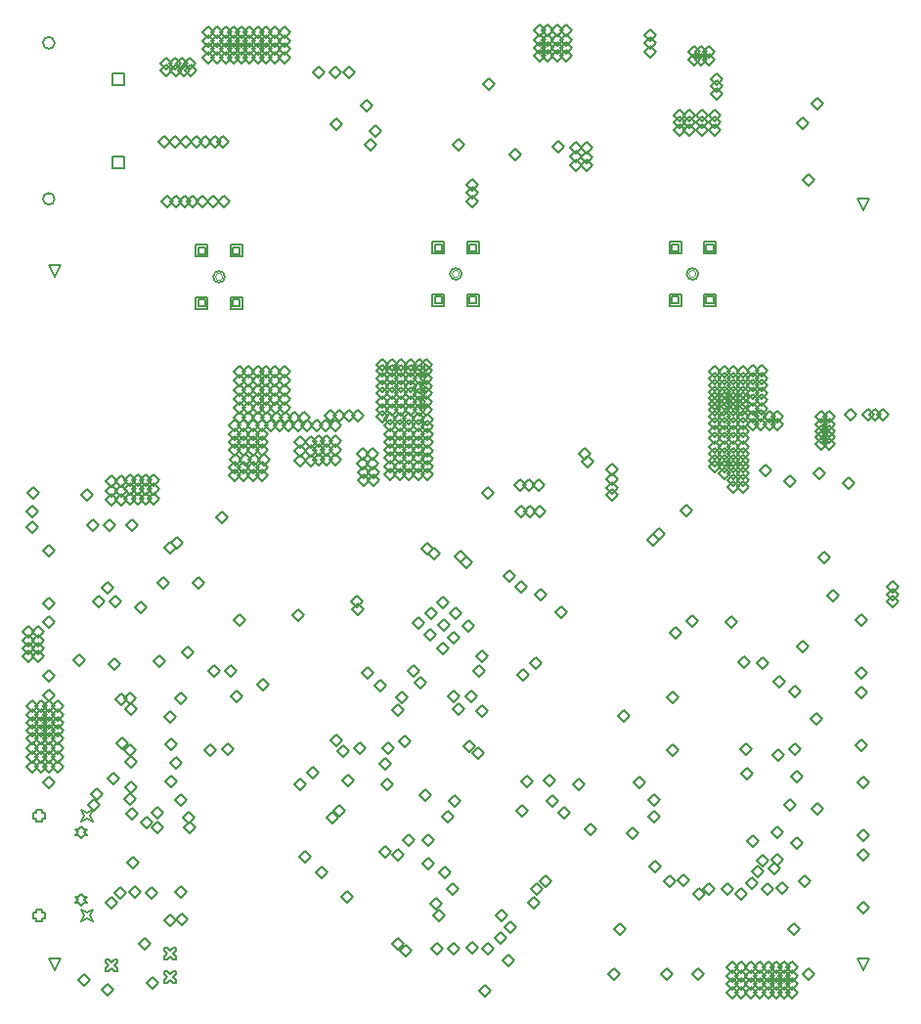
<source format=gbr>
%TF.GenerationSoftware,Altium Limited,Altium Designer,23.1.1 (15)*%
G04 Layer_Color=2752767*
%FSLAX45Y45*%
%MOMM*%
%TF.SameCoordinates,3B15BE60-5205-462F-B1BE-89E8C5D5736D*%
%TF.FilePolarity,Positive*%
%TF.FileFunction,Drawing*%
%TF.Part,Single*%
G01*
G75*
%TA.AperFunction,NonConductor*%
%ADD188C,0.12700*%
%ADD189C,0.16933*%
%ADD190C,0.10160*%
D188*
X7099200Y10809200D02*
Y10910800D01*
X7200800D01*
Y10809200D01*
X7099200D01*
X10174200Y8899200D02*
Y9000800D01*
X10275800D01*
Y8899200D01*
X10174200D01*
X10194520Y8919520D02*
Y8980480D01*
X10255480D01*
Y8919520D01*
X10194520D01*
X9874200Y8899200D02*
Y9000800D01*
X9975800D01*
Y8899200D01*
X9874200D01*
X9894520Y8919520D02*
Y8980480D01*
X9955480D01*
Y8919520D01*
X9894520D01*
X10174200Y9349200D02*
Y9450800D01*
X10275800D01*
Y9349200D01*
X10174200D01*
X10194520Y9369520D02*
Y9430480D01*
X10255480D01*
Y9369520D01*
X10194520D01*
X9874200Y9349200D02*
Y9450800D01*
X9975800D01*
Y9349200D01*
X9874200D01*
X9894520Y9369520D02*
Y9430480D01*
X9955480D01*
Y9369520D01*
X9894520D01*
X8124200Y8874200D02*
Y8975800D01*
X8225800D01*
Y8874200D01*
X8124200D01*
X8144520Y8894520D02*
Y8955480D01*
X8205480D01*
Y8894520D01*
X8144520D01*
X7824200Y8874200D02*
Y8975800D01*
X7925800D01*
Y8874200D01*
X7824200D01*
X7844520Y8894520D02*
Y8955480D01*
X7905480D01*
Y8894520D01*
X7844520D01*
X8124200Y9324200D02*
Y9425800D01*
X8225800D01*
Y9324200D01*
X8124200D01*
X8144520Y9344520D02*
Y9405480D01*
X8205480D01*
Y9344520D01*
X8144520D01*
X7824200Y9324200D02*
Y9425800D01*
X7925800D01*
Y9324200D01*
X7824200D01*
X7844520Y9344520D02*
Y9405480D01*
X7905480D01*
Y9344520D01*
X7844520D01*
X12224200Y8899200D02*
Y9000800D01*
X12325800D01*
Y8899200D01*
X12224200D01*
X12244520Y8919520D02*
Y8980480D01*
X12305480D01*
Y8919520D01*
X12244520D01*
X11924200Y8899200D02*
Y9000800D01*
X12025800D01*
Y8899200D01*
X11924200D01*
X11944520Y8919520D02*
Y8980480D01*
X12005480D01*
Y8919520D01*
X11944520D01*
X12224200Y9349200D02*
Y9450800D01*
X12325800D01*
Y9349200D01*
X12224200D01*
X12244520Y9369520D02*
Y9430480D01*
X12305480D01*
Y9369520D01*
X12244520D01*
X11924200Y9349200D02*
Y9450800D01*
X12025800D01*
Y9349200D01*
X11924200D01*
X11944520Y9369520D02*
Y9430480D01*
X12005480D01*
Y9369520D01*
X11944520D01*
X7551200Y3034100D02*
X7576600D01*
X7602000Y3059500D01*
X7627400Y3034100D01*
X7652800D01*
Y3059500D01*
X7627400Y3084900D01*
X7652800Y3110300D01*
Y3135700D01*
X7627400D01*
X7602000Y3110300D01*
X7576600Y3135700D01*
X7551200D01*
Y3110300D01*
X7576600Y3084900D01*
X7551200Y3059500D01*
Y3034100D01*
Y3237300D02*
X7576600D01*
X7602000Y3262700D01*
X7627400Y3237300D01*
X7652800D01*
Y3262700D01*
X7627400Y3288100D01*
X7652800Y3313500D01*
Y3338900D01*
X7627400D01*
X7602000Y3313500D01*
X7576600Y3338900D01*
X7551200D01*
Y3313500D01*
X7576600Y3288100D01*
X7551200Y3262700D01*
Y3237300D01*
X7043200Y3135700D02*
X7068600D01*
X7094000Y3161100D01*
X7119400Y3135700D01*
X7144800D01*
Y3161100D01*
X7119400Y3186500D01*
X7144800Y3211900D01*
Y3237300D01*
X7119400D01*
X7094000Y3211900D01*
X7068600Y3237300D01*
X7043200D01*
Y3211900D01*
X7068600Y3186500D01*
X7043200Y3161100D01*
Y3135700D01*
X6600000Y9149200D02*
X6549200Y9250800D01*
X6650800D01*
X6600000Y9149200D01*
X7099200Y10089200D02*
Y10190800D01*
X7200800D01*
Y10089200D01*
X7099200D01*
X6600000Y3149200D02*
X6549200Y3250800D01*
X6650800D01*
X6600000Y3149200D01*
X13600000D02*
X13549200Y3250800D01*
X13650800D01*
X13600000Y3149200D01*
Y9724200D02*
X13549200Y9825800D01*
X13650800D01*
X13600000Y9724200D01*
X6835000Y3709200D02*
X6860400Y3734600D01*
X6885800D01*
X6860400Y3760000D01*
X6885800Y3785400D01*
X6860400D01*
X6835000Y3810800D01*
X6809600Y3785400D01*
X6784200D01*
X6809600Y3760000D01*
X6784200Y3734600D01*
X6809600D01*
X6835000Y3709200D01*
Y4289200D02*
X6860400Y4314600D01*
X6885800D01*
X6860400Y4340000D01*
X6885800Y4365400D01*
X6860400D01*
X6835000Y4390800D01*
X6809600Y4365400D01*
X6784200D01*
X6809600Y4340000D01*
X6784200Y4314600D01*
X6809600D01*
X6835000Y4289200D01*
X6834200Y4431700D02*
X6859600Y4482500D01*
X6834200Y4533300D01*
X6885000Y4507900D01*
X6935800Y4533300D01*
X6910400Y4482500D01*
X6935800Y4431700D01*
X6885000Y4457100D01*
X6834200Y4431700D01*
Y3566700D02*
X6859600Y3617500D01*
X6834200Y3668300D01*
X6885000Y3642900D01*
X6935800Y3668300D01*
X6910400Y3617500D01*
X6935800Y3566700D01*
X6885000Y3592100D01*
X6834200Y3566700D01*
X6439600Y3592100D02*
Y3566700D01*
X6490400D01*
Y3592100D01*
X6515800D01*
Y3642900D01*
X6490400D01*
Y3668300D01*
X6439600D01*
Y3642900D01*
X6414200D01*
Y3592100D01*
X6439600D01*
Y4457100D02*
Y4431700D01*
X6490400D01*
Y4457100D01*
X6515800D01*
Y4507900D01*
X6490400D01*
Y4533300D01*
X6439600D01*
Y4507900D01*
X6414200D01*
Y4457100D01*
X6439600D01*
X11559200Y4330000D02*
X11610000Y4380800D01*
X11660800Y4330000D01*
X11610000Y4279200D01*
X11559200Y4330000D01*
X13259200Y7940000D02*
X13310001Y7990800D01*
X13360800Y7940000D01*
X13310001Y7889200D01*
X13259200Y7940000D01*
X13189200D02*
X13239999Y7990800D01*
X13290800Y7940000D01*
X13239999Y7889200D01*
X13189200Y7940000D01*
X13259200Y7870000D02*
X13310001Y7920800D01*
X13360800Y7870000D01*
X13310001Y7819200D01*
X13259200Y7870000D01*
X13189200D02*
X13239999Y7920800D01*
X13290800Y7870000D01*
X13239999Y7819200D01*
X13189200Y7870000D01*
X9189200Y5070000D02*
X9240000Y5120800D01*
X9290800Y5070000D01*
X9240000Y5019200D01*
X9189200Y5070000D01*
X9959200Y4480000D02*
X10010000Y4530800D01*
X10060800Y4480000D01*
X10010000Y4429200D01*
X9959200Y4480000D01*
X9619200Y4270000D02*
X9670000Y4320800D01*
X9720800Y4270000D01*
X9670000Y4219200D01*
X9619200Y4270000D01*
X10009200Y5520000D02*
X10060000Y5570800D01*
X10110800Y5520000D01*
X10060000Y5469200D01*
X10009200Y5520000D01*
X8989200Y5140000D02*
X9040000Y5190800D01*
X9090800Y5140000D01*
X9040000Y5089200D01*
X8989200Y5140000D01*
X7439200Y4510000D02*
X7490000Y4560800D01*
X7540800Y4510000D01*
X7490000Y4459200D01*
X7439200Y4510000D01*
X7389200Y3820000D02*
X7440000Y3870800D01*
X7490800Y3820000D01*
X7440000Y3769200D01*
X7389200Y3820000D01*
X7119200D02*
X7170000Y3870800D01*
X7220800Y3820000D01*
X7170000Y3769200D01*
X7119200Y3820000D01*
X10409200Y3430000D02*
X10460000Y3480800D01*
X10510800Y3430000D01*
X10460000Y3379200D01*
X10409200Y3430000D01*
X10479200Y3230000D02*
X10530000Y3280800D01*
X10580800Y3230000D01*
X10530000Y3179200D01*
X10479200Y3230000D01*
X9519200Y4150000D02*
X9570000Y4200800D01*
X9620800Y4150000D01*
X9570000Y4099200D01*
X9519200Y4150000D01*
X6324500Y6002658D02*
X6375300Y6053458D01*
X6426100Y6002658D01*
X6375300Y5951858D01*
X6324500Y6002658D01*
Y5932658D02*
X6375300Y5983458D01*
X6426100Y5932658D01*
X6375300Y5881858D01*
X6324500Y5932658D01*
Y5862658D02*
X6375300Y5913458D01*
X6426100Y5862658D01*
X6375300Y5811858D01*
X6324500Y5862658D01*
X6404500Y6072658D02*
X6455300Y6123458D01*
X6506100Y6072658D01*
X6455300Y6021858D01*
X6404500Y6072658D01*
Y6002658D02*
X6455300Y6053458D01*
X6506100Y6002658D01*
X6455300Y5951858D01*
X6404500Y6002658D01*
Y5932658D02*
X6455300Y5983458D01*
X6506100Y5932658D01*
X6455300Y5881858D01*
X6404500Y5932658D01*
Y5862658D02*
X6455300Y5913458D01*
X6506100Y5862658D01*
X6455300Y5811858D01*
X6404500Y5862658D01*
X6324500Y6072658D02*
X6375300Y6123458D01*
X6426100Y6072658D01*
X6375300Y6021858D01*
X6324500Y6072658D01*
X12939200Y3030000D02*
X12989999Y3080800D01*
X13040800Y3030000D01*
X12989999Y2979200D01*
X12939200Y3030000D01*
X6429200Y4910000D02*
X6480000Y4960800D01*
X6530800Y4910000D01*
X6480000Y4859200D01*
X6429200Y4910000D01*
Y4990000D02*
X6480000Y5040800D01*
X6530800Y4990000D01*
X6480000Y4939200D01*
X6429200Y4990000D01*
X6429200Y5070000D02*
X6480000Y5120800D01*
X6530800Y5070000D01*
X6480000Y5019200D01*
X6429200Y5070000D01*
Y5150000D02*
X6480000Y5200800D01*
X6530800Y5150000D01*
X6480000Y5099200D01*
X6429200Y5150000D01*
Y5220000D02*
X6480000Y5270800D01*
X6530800Y5220000D01*
X6480000Y5169200D01*
X6429200Y5220000D01*
Y5290000D02*
X6480000Y5340800D01*
X6530800Y5290000D01*
X6480000Y5239200D01*
X6429200Y5290000D01*
Y5360000D02*
X6480000Y5410800D01*
X6530800Y5360000D01*
X6480000Y5309200D01*
X6429200Y5360000D01*
X6429200Y5430000D02*
X6480000Y5480800D01*
X6530800Y5430000D01*
X6480000Y5379200D01*
X6429200Y5430000D01*
X6359200D02*
X6410000Y5480800D01*
X6460800Y5430000D01*
X6410000Y5379200D01*
X6359200Y5430000D01*
X6359200Y5360000D02*
X6410000Y5410800D01*
X6460800Y5360000D01*
X6410000Y5309200D01*
X6359200Y5360000D01*
X6359200Y5290000D02*
X6410000Y5340800D01*
X6460800Y5290000D01*
X6410000Y5239200D01*
X6359200Y5290000D01*
Y5220000D02*
X6410000Y5270800D01*
X6460800Y5220000D01*
X6410000Y5169200D01*
X6359200Y5220000D01*
X6359200Y5150000D02*
X6410000Y5200800D01*
X6460800Y5150000D01*
X6410000Y5099200D01*
X6359200Y5150000D01*
Y5070000D02*
X6410000Y5120800D01*
X6460800Y5070000D01*
X6410000Y5019200D01*
X6359200Y5070000D01*
X6359200Y4990000D02*
X6410000Y5040800D01*
X6460800Y4990000D01*
X6410000Y4939200D01*
X6359200Y4990000D01*
Y4910000D02*
X6410000Y4960800D01*
X6460800Y4910000D01*
X6410000Y4859200D01*
X6359200Y4910000D01*
X6499200Y5430000D02*
X6550000Y5480800D01*
X6600800Y5430000D01*
X6550000Y5379200D01*
X6499200Y5430000D01*
X6499200Y5360000D02*
X6550000Y5410800D01*
X6600800Y5360000D01*
X6550000Y5309200D01*
X6499200Y5360000D01*
X6499200Y5290000D02*
X6550000Y5340800D01*
X6600800Y5290000D01*
X6550000Y5239200D01*
X6499200Y5290000D01*
Y5220000D02*
X6550000Y5270800D01*
X6600800Y5220000D01*
X6550000Y5169200D01*
X6499200Y5220000D01*
X6499200Y5150000D02*
X6550000Y5200800D01*
X6600800Y5150000D01*
X6550000Y5099200D01*
X6499200Y5150000D01*
X6499200Y5070000D02*
X6550000Y5120800D01*
X6600800Y5070000D01*
X6550000Y5019200D01*
X6499200Y5070000D01*
Y4990000D02*
X6550000Y5040800D01*
X6600800Y4990000D01*
X6550000Y4939200D01*
X6499200Y4990000D01*
Y4910000D02*
X6550000Y4960800D01*
X6600800Y4910000D01*
X6550000Y4859200D01*
X6499200Y4910000D01*
X6579200Y5430000D02*
X6630000Y5480800D01*
X6680800Y5430000D01*
X6630000Y5379200D01*
X6579200Y5430000D01*
Y5360000D02*
X6630000Y5410800D01*
X6680800Y5360000D01*
X6630000Y5309200D01*
X6579200Y5360000D01*
Y5290000D02*
X6630000Y5340800D01*
X6680800Y5290000D01*
X6630000Y5239200D01*
X6579200Y5290000D01*
Y5220000D02*
X6630000Y5270800D01*
X6680800Y5220000D01*
X6630000Y5169200D01*
X6579200Y5220000D01*
Y5150000D02*
X6630000Y5200800D01*
X6680800Y5150000D01*
X6630000Y5099200D01*
X6579200Y5150000D01*
Y5070000D02*
X6630000Y5120800D01*
X6680800Y5070000D01*
X6630000Y5019200D01*
X6579200Y5070000D01*
Y4990000D02*
X6630000Y5040800D01*
X6680800Y4990000D01*
X6630000Y4939200D01*
X6579200Y4990000D01*
Y4910000D02*
X6630000Y4960800D01*
X6680800Y4910000D01*
X6630000Y4859200D01*
X6579200Y4910000D01*
X12419200Y2950000D02*
X12470000Y3000800D01*
X12520800Y2950000D01*
X12470000Y2899200D01*
X12419200Y2950000D01*
X12499200D02*
X12550000Y3000800D01*
X12600800Y2950000D01*
X12550000Y2899200D01*
X12499200Y2950000D01*
X12579200D02*
X12630000Y3000800D01*
X12680800Y2950000D01*
X12630000Y2899200D01*
X12579200Y2950000D01*
X12659200D02*
X12710000Y3000800D01*
X12760800Y2950000D01*
X12710000Y2899200D01*
X12659200Y2950000D01*
X12729200D02*
X12780000Y3000800D01*
X12830800Y2950000D01*
X12780000Y2899200D01*
X12729200Y2950000D01*
X12799200D02*
X12850000Y3000800D01*
X12900800Y2950000D01*
X12850000Y2899200D01*
X12799200Y2950000D01*
X12869200D02*
X12920000Y3000800D01*
X12970799Y2950000D01*
X12920000Y2899200D01*
X12869200Y2950000D01*
X12939200D02*
X12989999Y3000800D01*
X13040800Y2950000D01*
X12989999Y2899200D01*
X12939200Y2950000D01*
X12419200Y3030000D02*
X12470000Y3080800D01*
X12520800Y3030000D01*
X12470000Y2979200D01*
X12419200Y3030000D01*
X12499200D02*
X12550000Y3080800D01*
X12600800Y3030000D01*
X12550000Y2979200D01*
X12499200Y3030000D01*
X12579200D02*
X12630000Y3080800D01*
X12680800Y3030000D01*
X12630000Y2979200D01*
X12579200Y3030000D01*
X12659200D02*
X12710000Y3080800D01*
X12760800Y3030000D01*
X12710000Y2979200D01*
X12659200Y3030000D01*
X12729200D02*
X12780000Y3080800D01*
X12830800Y3030000D01*
X12780000Y2979200D01*
X12729200Y3030000D01*
X12799200D02*
X12850000Y3080800D01*
X12900800Y3030000D01*
X12850000Y2979200D01*
X12799200Y3030000D01*
X12869200D02*
X12920000Y3080800D01*
X12970799Y3030000D01*
X12920000Y2979200D01*
X12869200Y3030000D01*
X12419200Y3170000D02*
X12470000Y3220800D01*
X12520800Y3170000D01*
X12470000Y3119200D01*
X12419200Y3170000D01*
X12499200D02*
X12550000Y3220800D01*
X12600800Y3170000D01*
X12550000Y3119200D01*
X12499200Y3170000D01*
X12579200D02*
X12630000Y3220800D01*
X12680800Y3170000D01*
X12630000Y3119200D01*
X12579200Y3170000D01*
X12659200D02*
X12710000Y3220800D01*
X12760800Y3170000D01*
X12710000Y3119200D01*
X12659200Y3170000D01*
X12729200D02*
X12780000Y3220800D01*
X12830800Y3170000D01*
X12780000Y3119200D01*
X12729200Y3170000D01*
X12799200D02*
X12850000Y3220800D01*
X12900800Y3170000D01*
X12850000Y3119200D01*
X12799200Y3170000D01*
X12869200D02*
X12920000Y3220800D01*
X12970799Y3170000D01*
X12920000Y3119200D01*
X12869200Y3170000D01*
X12939200D02*
X12989999Y3220800D01*
X13040800Y3170000D01*
X12989999Y3119200D01*
X12939200Y3170000D01*
Y3100000D02*
X12989999Y3150800D01*
X13040800Y3100000D01*
X12989999Y3049200D01*
X12939200Y3100000D01*
X12869200D02*
X12920000Y3150800D01*
X12970799Y3100000D01*
X12920000Y3049200D01*
X12869200Y3100000D01*
X12799200D02*
X12850000Y3150800D01*
X12900800Y3100000D01*
X12850000Y3049200D01*
X12799200Y3100000D01*
X12729200D02*
X12780000Y3150800D01*
X12830800Y3100000D01*
X12780000Y3049200D01*
X12729200Y3100000D01*
X12659200D02*
X12710000Y3150800D01*
X12760800Y3100000D01*
X12710000Y3049200D01*
X12659200Y3100000D01*
X12579200D02*
X12630000Y3150800D01*
X12680800Y3100000D01*
X12630000Y3049200D01*
X12579200Y3100000D01*
X12499200D02*
X12550000Y3150800D01*
X12600800Y3100000D01*
X12550000Y3049200D01*
X12499200Y3100000D01*
X12419200D02*
X12470000Y3150800D01*
X12520800Y3100000D01*
X12470000Y3049200D01*
X12419200Y3100000D01*
X12639200Y4000000D02*
X12690000Y4050800D01*
X12740800Y4000000D01*
X12690000Y3949200D01*
X12639200Y4000000D01*
X12779200Y4030000D02*
X12830000Y4080800D01*
X12880800Y4030000D01*
X12830000Y3979200D01*
X12779200Y4030000D01*
X9521418Y5400000D02*
X9572218Y5450800D01*
X9623018Y5400000D01*
X9572218Y5349200D01*
X9521418Y5400000D01*
X9409200Y4170000D02*
X9460000Y4220800D01*
X9510800Y4170000D01*
X9460000Y4119200D01*
X9409200Y4170000D01*
X10049200Y5410000D02*
X10100000Y5460800D01*
X10150800Y5410000D01*
X10100000Y5359200D01*
X10049200Y5410000D01*
X10159200Y5520000D02*
X10210000Y5570800D01*
X10260800Y5520000D01*
X10210000Y5469200D01*
X10159200Y5520000D01*
X6759200Y5830000D02*
X6810000Y5880800D01*
X6860800Y5830000D01*
X6810000Y5779200D01*
X6759200Y5830000D01*
X11379200Y7260000D02*
X11430000Y7310800D01*
X11480800Y7260000D01*
X11430000Y7209200D01*
X11379200Y7260000D01*
Y7320000D02*
X11430000Y7370800D01*
X11480800Y7320000D01*
X11430000Y7269200D01*
X11379200Y7320000D01*
Y7400000D02*
X11430000Y7450800D01*
X11480800Y7400000D01*
X11430000Y7349200D01*
X11379200Y7400000D01*
Y7480000D02*
X11430000Y7530800D01*
X11480800Y7480000D01*
X11430000Y7429200D01*
X11379200Y7480000D01*
X13439200Y7960000D02*
X13489999Y8010800D01*
X13540800Y7960000D01*
X13489999Y7909200D01*
X13439200Y7960000D01*
X13429201Y7360000D02*
X13480000Y7410800D01*
X13530800Y7360000D01*
X13480000Y7309200D01*
X13429201Y7360000D01*
X13215878Y6722405D02*
X13266678Y6773205D01*
X13317477Y6722405D01*
X13266678Y6671605D01*
X13215878Y6722405D01*
X13294836Y6390240D02*
X13345638Y6441040D01*
X13396437Y6390240D01*
X13345638Y6339440D01*
X13294836Y6390240D01*
X12709200Y7470000D02*
X12760000Y7520800D01*
X12810800Y7470000D01*
X12760000Y7419200D01*
X12709200Y7470000D01*
X11707389Y11099973D02*
X11758189Y11150773D01*
X11808989Y11099973D01*
X11758189Y11049173D01*
X11707389Y11099973D01*
X11703984Y11171657D02*
X11754784Y11222457D01*
X11805584Y11171657D01*
X11754784Y11120857D01*
X11703984Y11171657D01*
Y11241657D02*
X11754784Y11292457D01*
X11805584Y11241657D01*
X11754784Y11190857D01*
X11703984Y11241657D01*
X9789200Y4270000D02*
X9840000Y4320800D01*
X9890800Y4270000D01*
X9840000Y4219200D01*
X9789200Y4270000D01*
X6359200Y6980000D02*
X6410000Y7030800D01*
X6460800Y6980000D01*
X6410000Y6929200D01*
X6359200Y6980000D01*
X11999200Y3930000D02*
X12050000Y3980800D01*
X12100800Y3930000D01*
X12050000Y3879200D01*
X11999200Y3930000D01*
X9859200Y3330000D02*
X9910000Y3380800D01*
X9960800Y3330000D01*
X9910000Y3279200D01*
X9859200Y3330000D01*
X10009200D02*
X10060000Y3380800D01*
X10110800Y3330000D01*
X10060000Y3279200D01*
X10009200Y3330000D01*
X10169200Y3340000D02*
X10220000Y3390800D01*
X10270800Y3340000D01*
X10220000Y3289200D01*
X10169200Y3340000D01*
X13079201Y9990000D02*
X13130000Y10040800D01*
X13180800Y9990000D01*
X13130000Y9939200D01*
X13079201Y9990000D01*
X11959200Y10550000D02*
X12010000Y10600800D01*
X12060800Y10550000D01*
X12010000Y10499200D01*
X11959200Y10550000D01*
Y10490000D02*
X12010000Y10540800D01*
X12060800Y10490000D01*
X12010000Y10439200D01*
X11959200Y10490000D01*
Y10420000D02*
X12010000Y10470800D01*
X12060800Y10420000D01*
X12010000Y10369200D01*
X11959200Y10420000D01*
X12049200Y10550000D02*
X12100000Y10600800D01*
X12150800Y10550000D01*
X12100000Y10499200D01*
X12049200Y10550000D01*
Y10490000D02*
X12100000Y10540800D01*
X12150800Y10490000D01*
X12100000Y10439200D01*
X12049200Y10490000D01*
Y10420000D02*
X12100000Y10470800D01*
X12150800Y10420000D01*
X12100000Y10369200D01*
X12049200Y10420000D01*
X12159200Y10550000D02*
X12210000Y10600800D01*
X12260800Y10550000D01*
X12210000Y10499200D01*
X12159200Y10550000D01*
Y10490000D02*
X12210000Y10540800D01*
X12260800Y10490000D01*
X12210000Y10439200D01*
X12159200Y10490000D01*
Y10420000D02*
X12210000Y10470800D01*
X12260800Y10420000D01*
X12210000Y10369200D01*
X12159200Y10420000D01*
X13809200Y6470000D02*
X13860001Y6520800D01*
X13910800Y6470000D01*
X13860001Y6419200D01*
X13809200Y6470000D01*
Y6400000D02*
X13860001Y6450800D01*
X13910800Y6400000D01*
X13860001Y6349200D01*
X13809200Y6400000D01*
Y6340000D02*
X13860001Y6390800D01*
X13910800Y6340000D01*
X13860001Y6289200D01*
X13809200Y6340000D01*
X13719200Y7960000D02*
X13770000Y8010800D01*
X13820799Y7960000D01*
X13770000Y7909200D01*
X13719200Y7960000D01*
X13659200D02*
X13710001Y8010800D01*
X13760800Y7960000D01*
X13710001Y7909200D01*
X13659200Y7960000D01*
X13599200D02*
X13650000Y8010800D01*
X13700800Y7960000D01*
X13650000Y7909200D01*
X13599200Y7960000D01*
X13159200Y10650000D02*
X13210001Y10700800D01*
X13260800Y10650000D01*
X13210001Y10599200D01*
X13159200Y10650000D01*
X12089200Y11030000D02*
X12140000Y11080800D01*
X12190800Y11030000D01*
X12140000Y10979200D01*
X12089200Y11030000D01*
X12149200D02*
X12200000Y11080800D01*
X12250800Y11030000D01*
X12200000Y10979200D01*
X12149200Y11030000D01*
X12219200D02*
X12270000Y11080800D01*
X12320800Y11030000D01*
X12270000Y10979200D01*
X12219200Y11030000D01*
X12089200Y11100000D02*
X12140000Y11150800D01*
X12190800Y11100000D01*
X12140000Y11049200D01*
X12089200Y11100000D01*
X12149200D02*
X12200000Y11150800D01*
X12250800Y11100000D01*
X12200000Y11049200D01*
X12149200Y11100000D01*
X12219200D02*
X12270000Y11150800D01*
X12320800Y11100000D01*
X12270000Y11049200D01*
X12219200Y11100000D01*
X12279200Y10730000D02*
X12330000Y10780800D01*
X12380800Y10730000D01*
X12330000Y10679200D01*
X12279200Y10730000D01*
Y10800000D02*
X12330000Y10850800D01*
X12380800Y10800000D01*
X12330000Y10749200D01*
X12279200Y10800000D01*
Y10860000D02*
X12330000Y10910800D01*
X12380800Y10860000D01*
X12330000Y10809200D01*
X12279200Y10860000D01*
X13029201Y10480000D02*
X13080000Y10530800D01*
X13130800Y10480000D01*
X13080000Y10429200D01*
X13029201Y10480000D01*
X12269200Y10420000D02*
X12320000Y10470800D01*
X12370800Y10420000D01*
X12320000Y10369200D01*
X12269200Y10420000D01*
Y10490000D02*
X12320000Y10540800D01*
X12370800Y10490000D01*
X12320000Y10439200D01*
X12269200Y10490000D01*
Y10550000D02*
X12320000Y10600800D01*
X12370800Y10550000D01*
X12320000Y10499200D01*
X12269200Y10550000D01*
X11156964Y10115706D02*
X11207764Y10166506D01*
X11258564Y10115706D01*
X11207764Y10064906D01*
X11156964Y10115706D01*
Y10185706D02*
X11207764Y10236506D01*
X11258564Y10185706D01*
X11207764Y10134906D01*
X11156964Y10185706D01*
Y10265706D02*
X11207764Y10316506D01*
X11258564Y10265706D01*
X11207764Y10214906D01*
X11156964Y10265706D01*
X11066964Y10115706D02*
X11117764Y10166506D01*
X11168564Y10115706D01*
X11117764Y10064906D01*
X11066964Y10115706D01*
Y10195706D02*
X11117764Y10246506D01*
X11168564Y10195706D01*
X11117764Y10144906D01*
X11066964Y10195706D01*
Y10265706D02*
X11117764Y10316506D01*
X11168564Y10265706D01*
X11117764Y10214906D01*
X11066964Y10265706D01*
X10166964Y9805706D02*
X10217764Y9856506D01*
X10268564Y9805706D01*
X10217764Y9754906D01*
X10166964Y9805706D01*
Y9875706D02*
X10217764Y9926506D01*
X10268564Y9875706D01*
X10217764Y9824906D01*
X10166964Y9875706D01*
Y9945706D02*
X10217764Y9996506D01*
X10268564Y9945706D01*
X10217764Y9894906D01*
X10166964Y9945706D01*
X10979200Y11280000D02*
X11030000Y11330800D01*
X11080800Y11280000D01*
X11030000Y11229200D01*
X10979200Y11280000D01*
X10899200D02*
X10950000Y11330800D01*
X11000800Y11280000D01*
X10950000Y11229200D01*
X10899200Y11280000D01*
X10819200D02*
X10870000Y11330800D01*
X10920800Y11280000D01*
X10870000Y11229200D01*
X10819200Y11280000D01*
X10749200D02*
X10800000Y11330800D01*
X10850800Y11280000D01*
X10800000Y11229200D01*
X10749200Y11280000D01*
Y11200000D02*
X10800000Y11250800D01*
X10850800Y11200000D01*
X10800000Y11149200D01*
X10749200Y11200000D01*
X10819200D02*
X10870000Y11250800D01*
X10920800Y11200000D01*
X10870000Y11149200D01*
X10819200Y11200000D01*
X10899200D02*
X10950000Y11250800D01*
X11000800Y11200000D01*
X10950000Y11149200D01*
X10899200Y11200000D01*
X10979200D02*
X11030000Y11250800D01*
X11080800Y11200000D01*
X11030000Y11149200D01*
X10979200Y11200000D01*
X10749200Y11130000D02*
X10800000Y11180800D01*
X10850800Y11130000D01*
X10800000Y11079200D01*
X10749200Y11130000D01*
X10819200D02*
X10870000Y11180800D01*
X10920800Y11130000D01*
X10870000Y11079200D01*
X10819200Y11130000D01*
X10899200D02*
X10950000Y11180800D01*
X11000800Y11130000D01*
X10950000Y11079200D01*
X10899200Y11130000D01*
X10979200D02*
X11030000Y11180800D01*
X11080800Y11130000D01*
X11030000Y11079200D01*
X10979200Y11130000D01*
X10749200Y11060000D02*
X10800000Y11110800D01*
X10850800Y11060000D01*
X10800000Y11009200D01*
X10749200Y11060000D01*
X10819200D02*
X10870000Y11110800D01*
X10920800Y11060000D01*
X10870000Y11009200D01*
X10819200Y11060000D01*
X10899200D02*
X10950000Y11110800D01*
X11000800Y11060000D01*
X10950000Y11009200D01*
X10899200Y11060000D01*
X10979200D02*
X11030000Y11110800D01*
X11080800Y11060000D01*
X11030000Y11009200D01*
X10979200Y11060000D01*
X10909200Y10280000D02*
X10960000Y10330800D01*
X11010800Y10280000D01*
X10960000Y10229200D01*
X10909200Y10280000D01*
X10539200Y10210000D02*
X10590000Y10260800D01*
X10640800Y10210000D01*
X10590000Y10159200D01*
X10539200Y10210000D01*
X10049200Y10290000D02*
X10100000Y10340800D01*
X10150800Y10290000D01*
X10100000Y10239200D01*
X10049200Y10290000D01*
X10309200Y10820000D02*
X10360000Y10870800D01*
X10410800Y10820000D01*
X10360000Y10769200D01*
X10309200Y10820000D01*
X8019200Y9800000D02*
X8070000Y9850800D01*
X8120800Y9800000D01*
X8070000Y9749200D01*
X8019200Y9800000D01*
X7919200D02*
X7970000Y9850800D01*
X8020800Y9800000D01*
X7970000Y9749200D01*
X7919200Y9800000D01*
X7829200D02*
X7880000Y9850800D01*
X7930800Y9800000D01*
X7880000Y9749200D01*
X7829200Y9800000D01*
X7749200D02*
X7800000Y9850800D01*
X7850800Y9800000D01*
X7800000Y9749200D01*
X7749200Y9800000D01*
X7679200D02*
X7730000Y9850800D01*
X7780800Y9800000D01*
X7730000Y9749200D01*
X7679200Y9800000D01*
X7599200D02*
X7650000Y9850800D01*
X7700800Y9800000D01*
X7650000Y9749200D01*
X7599200Y9800000D01*
X7529200D02*
X7580000Y9850800D01*
X7630800Y9800000D01*
X7580000Y9749200D01*
X7529200Y9800000D01*
X9249200Y10630000D02*
X9300000Y10680800D01*
X9350800Y10630000D01*
X9300000Y10579200D01*
X9249200Y10630000D01*
X8979200Y10920000D02*
X9030000Y10970800D01*
X9080800Y10920000D01*
X9030000Y10869200D01*
X8979200Y10920000D01*
X8839200D02*
X8890000Y10970800D01*
X8940800Y10920000D01*
X8890000Y10869200D01*
X8839200Y10920000D01*
X9099200D02*
X9150000Y10970800D01*
X9200800Y10920000D01*
X9150000Y10869200D01*
X9099200Y10920000D01*
X9329200Y10410000D02*
X9380000Y10460800D01*
X9430800Y10410000D01*
X9380000Y10359200D01*
X9329200Y10410000D01*
X9289200Y10290000D02*
X9340000Y10340800D01*
X9390800Y10290000D01*
X9340000Y10239200D01*
X9289200Y10290000D01*
X8539200Y11050000D02*
X8590000Y11100800D01*
X8640800Y11050000D01*
X8590000Y10999200D01*
X8539200Y11050000D01*
X8459200D02*
X8510000Y11100800D01*
X8560800Y11050000D01*
X8510000Y10999200D01*
X8459200Y11050000D01*
X8379200D02*
X8430000Y11100800D01*
X8480800Y11050000D01*
X8430000Y10999200D01*
X8379200Y11050000D01*
X8309200D02*
X8360000Y11100800D01*
X8410800Y11050000D01*
X8360000Y10999200D01*
X8309200Y11050000D01*
X8239200D02*
X8290000Y11100800D01*
X8340800Y11050000D01*
X8290000Y10999200D01*
X8239200Y11050000D01*
X8169200D02*
X8220000Y11100800D01*
X8270800Y11050000D01*
X8220000Y10999200D01*
X8169200Y11050000D01*
X8099200D02*
X8150000Y11100800D01*
X8200800Y11050000D01*
X8150000Y10999200D01*
X8099200Y11050000D01*
X8029200D02*
X8080000Y11100800D01*
X8130800Y11050000D01*
X8080000Y10999200D01*
X8029200Y11050000D01*
X7959200D02*
X8010000Y11100800D01*
X8060800Y11050000D01*
X8010000Y10999200D01*
X7959200Y11050000D01*
X7879200D02*
X7930000Y11100800D01*
X7980800Y11050000D01*
X7930000Y10999200D01*
X7879200Y11050000D01*
X8539200Y11120000D02*
X8590000Y11170800D01*
X8640800Y11120000D01*
X8590000Y11069200D01*
X8539200Y11120000D01*
X8459200D02*
X8510000Y11170800D01*
X8560800Y11120000D01*
X8510000Y11069200D01*
X8459200Y11120000D01*
X8379200D02*
X8430000Y11170800D01*
X8480800Y11120000D01*
X8430000Y11069200D01*
X8379200Y11120000D01*
X8309200D02*
X8360000Y11170800D01*
X8410800Y11120000D01*
X8360000Y11069200D01*
X8309200Y11120000D01*
X8239200D02*
X8290000Y11170800D01*
X8340800Y11120000D01*
X8290000Y11069200D01*
X8239200Y11120000D01*
X8169200D02*
X8220000Y11170800D01*
X8270800Y11120000D01*
X8220000Y11069200D01*
X8169200Y11120000D01*
X8099200D02*
X8150000Y11170800D01*
X8200800Y11120000D01*
X8150000Y11069200D01*
X8099200Y11120000D01*
X8029200D02*
X8080000Y11170800D01*
X8130800Y11120000D01*
X8080000Y11069200D01*
X8029200Y11120000D01*
X7959200D02*
X8010000Y11170800D01*
X8060800Y11120000D01*
X8010000Y11069200D01*
X7959200Y11120000D01*
X7879200D02*
X7930000Y11170800D01*
X7980800Y11120000D01*
X7930000Y11069200D01*
X7879200Y11120000D01*
X8539200Y11190000D02*
X8590000Y11240800D01*
X8640800Y11190000D01*
X8590000Y11139200D01*
X8539200Y11190000D01*
X8459200D02*
X8510000Y11240800D01*
X8560800Y11190000D01*
X8510000Y11139200D01*
X8459200Y11190000D01*
X8379200D02*
X8430000Y11240800D01*
X8480800Y11190000D01*
X8430000Y11139200D01*
X8379200Y11190000D01*
X8309200D02*
X8360000Y11240800D01*
X8410800Y11190000D01*
X8360000Y11139200D01*
X8309200Y11190000D01*
X8239200D02*
X8290000Y11240800D01*
X8340800Y11190000D01*
X8290000Y11139200D01*
X8239200Y11190000D01*
X8169200D02*
X8220000Y11240800D01*
X8270800Y11190000D01*
X8220000Y11139200D01*
X8169200Y11190000D01*
X8099200D02*
X8150000Y11240800D01*
X8200800Y11190000D01*
X8150000Y11139200D01*
X8099200Y11190000D01*
X8029200D02*
X8080000Y11240800D01*
X8130800Y11190000D01*
X8080000Y11139200D01*
X8029200Y11190000D01*
X7959200D02*
X8010000Y11240800D01*
X8060800Y11190000D01*
X8010000Y11139200D01*
X7959200Y11190000D01*
X7879200D02*
X7930000Y11240800D01*
X7980800Y11190000D01*
X7930000Y11139200D01*
X7879200Y11190000D01*
Y11270000D02*
X7930000Y11320800D01*
X7980800Y11270000D01*
X7930000Y11219200D01*
X7879200Y11270000D01*
X7959200D02*
X8010000Y11320800D01*
X8060800Y11270000D01*
X8010000Y11219200D01*
X7959200Y11270000D01*
X8029200D02*
X8080000Y11320800D01*
X8130800Y11270000D01*
X8080000Y11219200D01*
X8029200Y11270000D01*
X8099200D02*
X8150000Y11320800D01*
X8200800Y11270000D01*
X8150000Y11219200D01*
X8099200Y11270000D01*
X8169200D02*
X8220000Y11320800D01*
X8270800Y11270000D01*
X8220000Y11219200D01*
X8169200Y11270000D01*
X8239200D02*
X8290000Y11320800D01*
X8340800Y11270000D01*
X8290000Y11219200D01*
X8239200Y11270000D01*
X8309200D02*
X8360000Y11320800D01*
X8410800Y11270000D01*
X8360000Y11219200D01*
X8309200Y11270000D01*
X8379200D02*
X8430000Y11320800D01*
X8480800Y11270000D01*
X8430000Y11219200D01*
X8379200Y11270000D01*
X8459200D02*
X8510000Y11320800D01*
X8560800Y11270000D01*
X8510000Y11219200D01*
X8459200Y11270000D01*
X8539200D02*
X8590000Y11320800D01*
X8640800Y11270000D01*
X8590000Y11219200D01*
X8539200Y11270000D01*
X8009200Y10320000D02*
X8060000Y10370800D01*
X8110800Y10320000D01*
X8060000Y10269200D01*
X8009200Y10320000D01*
X7939200D02*
X7990000Y10370800D01*
X8040800Y10320000D01*
X7990000Y10269200D01*
X7939200Y10320000D01*
X7859200D02*
X7910000Y10370800D01*
X7960800Y10320000D01*
X7910000Y10269200D01*
X7859200Y10320000D01*
X7779200D02*
X7830000Y10370800D01*
X7880800Y10320000D01*
X7830000Y10269200D01*
X7779200Y10320000D01*
X7689200D02*
X7740000Y10370800D01*
X7790800Y10320000D01*
X7740000Y10269200D01*
X7689200Y10320000D01*
X7589549Y10318751D02*
X7640349Y10369551D01*
X7691149Y10318751D01*
X7640349Y10267951D01*
X7589549Y10318751D01*
X7499200Y10320000D02*
X7550000Y10370800D01*
X7600800Y10320000D01*
X7550000Y10269200D01*
X7499200Y10320000D01*
X8989200Y10470000D02*
X9040000Y10520800D01*
X9090800Y10470000D01*
X9040000Y10419200D01*
X8989200Y10470000D01*
X7729200Y10940000D02*
X7780000Y10990800D01*
X7830800Y10940000D01*
X7780000Y10889200D01*
X7729200Y10940000D01*
X7669200D02*
X7720000Y10990800D01*
X7770800Y10940000D01*
X7720000Y10889200D01*
X7669200Y10940000D01*
X7599200D02*
X7650000Y10990800D01*
X7700800Y10940000D01*
X7650000Y10889200D01*
X7599200Y10940000D01*
X7519200D02*
X7570000Y10990800D01*
X7620800Y10940000D01*
X7570000Y10889200D01*
X7519200Y10940000D01*
X7719200Y11000000D02*
X7770000Y11050800D01*
X7820800Y11000000D01*
X7770000Y10949200D01*
X7719200Y11000000D01*
X7649200D02*
X7700000Y11050800D01*
X7750800Y11000000D01*
X7700000Y10949200D01*
X7649200Y11000000D01*
X7589200D02*
X7640000Y11050800D01*
X7690800Y11000000D01*
X7640000Y10949200D01*
X7589200Y11000000D01*
X7519200D02*
X7570000Y11050800D01*
X7620800Y11000000D01*
X7570000Y10949200D01*
X7519200Y11000000D01*
X12669200Y8010000D02*
X12720000Y8060800D01*
X12770800Y8010000D01*
X12720000Y7959200D01*
X12669200Y8010000D01*
Y8080000D02*
X12720000Y8130800D01*
X12770800Y8080000D01*
X12720000Y8029200D01*
X12669200Y8080000D01*
Y8140000D02*
X12720000Y8190800D01*
X12770800Y8140000D01*
X12720000Y8089200D01*
X12669200Y8140000D01*
Y8210000D02*
X12720000Y8260800D01*
X12770800Y8210000D01*
X12720000Y8159200D01*
X12669200Y8210000D01*
Y8270000D02*
X12720000Y8320800D01*
X12770800Y8270000D01*
X12720000Y8219200D01*
X12669200Y8270000D01*
Y8340000D02*
X12720000Y8390800D01*
X12770800Y8340000D01*
X12720000Y8289200D01*
X12669200Y8340000D01*
X12599200Y8270000D02*
X12650000Y8320800D01*
X12700800Y8270000D01*
X12650000Y8219200D01*
X12599200Y8270000D01*
Y8340000D02*
X12650000Y8390800D01*
X12700800Y8340000D01*
X12650000Y8289200D01*
X12599200Y8340000D01*
Y8140000D02*
X12650000Y8190800D01*
X12700800Y8140000D01*
X12650000Y8089200D01*
X12599200Y8140000D01*
Y8210000D02*
X12650000Y8260800D01*
X12700800Y8210000D01*
X12650000Y8159200D01*
X12599200Y8210000D01*
Y8010000D02*
X12650000Y8060800D01*
X12700800Y8010000D01*
X12650000Y7959200D01*
X12599200Y8010000D01*
Y8080000D02*
X12650000Y8130800D01*
X12700800Y8080000D01*
X12650000Y8029200D01*
X12599200Y8080000D01*
X13189200Y7700000D02*
X13239999Y7750800D01*
X13290800Y7700000D01*
X13239999Y7649200D01*
X13189200Y7700000D01*
X13259200D02*
X13310001Y7750800D01*
X13360800Y7700000D01*
X13310001Y7649200D01*
X13259200Y7700000D01*
X13189200Y7760000D02*
X13239999Y7810800D01*
X13290800Y7760000D01*
X13239999Y7709200D01*
X13189200Y7760000D01*
X13259200D02*
X13310001Y7810800D01*
X13360800Y7760000D01*
X13310001Y7709200D01*
X13259200Y7760000D01*
X13189200Y7810000D02*
X13239999Y7860800D01*
X13290800Y7810000D01*
X13239999Y7759200D01*
X13189200Y7810000D01*
X13259200D02*
X13310001Y7860800D01*
X13360800Y7810000D01*
X13310001Y7759200D01*
X13259200Y7810000D01*
X12809200Y7940000D02*
X12860001Y7990800D01*
X12910800Y7940000D01*
X12860001Y7889200D01*
X12809200Y7940000D01*
Y7870000D02*
X12860001Y7920800D01*
X12910800Y7870000D01*
X12860001Y7819200D01*
X12809200Y7870000D01*
X12739200Y7940000D02*
X12790000Y7990800D01*
X12840800Y7940000D01*
X12790000Y7889200D01*
X12739200Y7940000D01*
Y7870000D02*
X12790000Y7920800D01*
X12840800Y7870000D01*
X12790000Y7819200D01*
X12739200Y7870000D01*
X12664701Y7944000D02*
X12715501Y7994800D01*
X12766301Y7944000D01*
X12715501Y7893200D01*
X12664701Y7944000D01*
Y7874000D02*
X12715501Y7924800D01*
X12766301Y7874000D01*
X12715501Y7823200D01*
X12664701Y7874000D01*
X12599200Y7940000D02*
X12650000Y7990800D01*
X12700800Y7940000D01*
X12650000Y7889200D01*
X12599200Y7940000D01*
Y7870000D02*
X12650000Y7920800D01*
X12700800Y7870000D01*
X12650000Y7819200D01*
X12599200Y7870000D01*
X12509200Y7330000D02*
X12560000Y7380800D01*
X12610800Y7330000D01*
X12560000Y7279200D01*
X12509200Y7330000D01*
X12429200D02*
X12480000Y7380800D01*
X12530800Y7330000D01*
X12480000Y7279200D01*
X12429200Y7330000D01*
Y7390000D02*
X12480000Y7440800D01*
X12530800Y7390000D01*
X12480000Y7339200D01*
X12429200Y7390000D01*
X12509200D02*
X12560000Y7440800D01*
X12610800Y7390000D01*
X12560000Y7339200D01*
X12509200Y7390000D01*
X12349200Y7450000D02*
X12400000Y7500800D01*
X12450800Y7450000D01*
X12400000Y7399200D01*
X12349200Y7450000D01*
X12429200D02*
X12480000Y7500800D01*
X12530800Y7450000D01*
X12480000Y7399200D01*
X12429200Y7450000D01*
X12509200D02*
X12560000Y7500800D01*
X12610800Y7450000D01*
X12560000Y7399200D01*
X12509200Y7450000D01*
X12509200Y7510000D02*
X12560000Y7560800D01*
X12610800Y7510000D01*
X12560000Y7459200D01*
X12509200Y7510000D01*
X12429200D02*
X12480000Y7560800D01*
X12530800Y7510000D01*
X12480000Y7459200D01*
X12429200Y7510000D01*
X12349200D02*
X12400000Y7560800D01*
X12450800Y7510000D01*
X12400000Y7459200D01*
X12349200Y7510000D01*
X12269200D02*
X12320000Y7560800D01*
X12370800Y7510000D01*
X12320000Y7459200D01*
X12269200Y7510000D01*
X12509200Y7560000D02*
X12560000Y7610800D01*
X12610800Y7560000D01*
X12560000Y7509200D01*
X12509200Y7560000D01*
X12429200D02*
X12480000Y7610800D01*
X12530800Y7560000D01*
X12480000Y7509200D01*
X12429200Y7560000D01*
X12349200D02*
X12400000Y7610800D01*
X12450800Y7560000D01*
X12400000Y7509200D01*
X12349200Y7560000D01*
X12269200D02*
X12320000Y7610800D01*
X12370800Y7560000D01*
X12320000Y7509200D01*
X12269200Y7560000D01*
X12509200Y7620000D02*
X12560000Y7670800D01*
X12610800Y7620000D01*
X12560000Y7569200D01*
X12509200Y7620000D01*
X12429200D02*
X12480000Y7670800D01*
X12530800Y7620000D01*
X12480000Y7569200D01*
X12429200Y7620000D01*
X12349200D02*
X12400000Y7670800D01*
X12450800Y7620000D01*
X12400000Y7569200D01*
X12349200Y7620000D01*
X12269200D02*
X12320000Y7670800D01*
X12370800Y7620000D01*
X12320000Y7569200D01*
X12269200Y7620000D01*
X12509200Y7680000D02*
X12560000Y7730800D01*
X12610800Y7680000D01*
X12560000Y7629200D01*
X12509200Y7680000D01*
X12429200D02*
X12480000Y7730800D01*
X12530800Y7680000D01*
X12480000Y7629200D01*
X12429200Y7680000D01*
X12349200D02*
X12400000Y7730800D01*
X12450800Y7680000D01*
X12400000Y7629200D01*
X12349200Y7680000D01*
X12269200D02*
X12320000Y7730800D01*
X12370800Y7680000D01*
X12320000Y7629200D01*
X12269200Y7680000D01*
X12509200Y7750000D02*
X12560000Y7800800D01*
X12610800Y7750000D01*
X12560000Y7699200D01*
X12509200Y7750000D01*
X12429200D02*
X12480000Y7800800D01*
X12530800Y7750000D01*
X12480000Y7699200D01*
X12429200Y7750000D01*
X12349200D02*
X12400000Y7800800D01*
X12450800Y7750000D01*
X12400000Y7699200D01*
X12349200Y7750000D01*
X12269200D02*
X12320000Y7800800D01*
X12370800Y7750000D01*
X12320000Y7699200D01*
X12269200Y7750000D01*
X12509200Y7810000D02*
X12560000Y7860800D01*
X12610800Y7810000D01*
X12560000Y7759200D01*
X12509200Y7810000D01*
X12429200D02*
X12480000Y7860800D01*
X12530800Y7810000D01*
X12480000Y7759200D01*
X12429200Y7810000D01*
X12349200D02*
X12400000Y7860800D01*
X12450800Y7810000D01*
X12400000Y7759200D01*
X12349200Y7810000D01*
X12269200D02*
X12320000Y7860800D01*
X12370800Y7810000D01*
X12320000Y7759200D01*
X12269200Y7810000D01*
X12509200Y7880000D02*
X12560000Y7930800D01*
X12610800Y7880000D01*
X12560000Y7829200D01*
X12509200Y7880000D01*
X12429200D02*
X12480000Y7930800D01*
X12530800Y7880000D01*
X12480000Y7829200D01*
X12429200Y7880000D01*
X12349200D02*
X12400000Y7930800D01*
X12450800Y7880000D01*
X12400000Y7829200D01*
X12349200Y7880000D01*
X12269200D02*
X12320000Y7930800D01*
X12370800Y7880000D01*
X12320000Y7829200D01*
X12269200Y7880000D01*
X12509200Y7940000D02*
X12560000Y7990800D01*
X12610800Y7940000D01*
X12560000Y7889200D01*
X12509200Y7940000D01*
X12429200D02*
X12480000Y7990800D01*
X12530800Y7940000D01*
X12480000Y7889200D01*
X12429200Y7940000D01*
X12349200D02*
X12400000Y7990800D01*
X12450800Y7940000D01*
X12400000Y7889200D01*
X12349200Y7940000D01*
X12269200D02*
X12320000Y7990800D01*
X12370800Y7940000D01*
X12320000Y7889200D01*
X12269200Y7940000D01*
X12505900Y7995000D02*
X12556700Y8045800D01*
X12607500Y7995000D01*
X12556700Y7944200D01*
X12505900Y7995000D01*
X12425900D02*
X12476700Y8045800D01*
X12527500Y7995000D01*
X12476700Y7944200D01*
X12425900Y7995000D01*
X12345900D02*
X12396700Y8045800D01*
X12447500Y7995000D01*
X12396700Y7944200D01*
X12345900Y7995000D01*
X12265900D02*
X12316700Y8045800D01*
X12367500Y7995000D01*
X12316700Y7944200D01*
X12265900Y7995000D01*
X12509200Y8050000D02*
X12560000Y8100800D01*
X12610800Y8050000D01*
X12560000Y7999200D01*
X12509200Y8050000D01*
X12429200D02*
X12480000Y8100800D01*
X12530800Y8050000D01*
X12480000Y7999200D01*
X12429200Y8050000D01*
X12349200D02*
X12400000Y8100800D01*
X12450800Y8050000D01*
X12400000Y7999200D01*
X12349200Y8050000D01*
X12269200D02*
X12320000Y8100800D01*
X12370800Y8050000D01*
X12320000Y7999200D01*
X12269200Y8050000D01*
X12509200Y8100000D02*
X12560000Y8150800D01*
X12610800Y8100000D01*
X12560000Y8049200D01*
X12509200Y8100000D01*
X12429200D02*
X12480000Y8150800D01*
X12530800Y8100000D01*
X12480000Y8049200D01*
X12429200Y8100000D01*
X12349200D02*
X12400000Y8150800D01*
X12450800Y8100000D01*
X12400000Y8049200D01*
X12349200Y8100000D01*
X12269200D02*
X12320000Y8150800D01*
X12370800Y8100000D01*
X12320000Y8049200D01*
X12269200Y8100000D01*
X12509200Y8150000D02*
X12560000Y8200800D01*
X12610800Y8150000D01*
X12560000Y8099200D01*
X12509200Y8150000D01*
X12429200D02*
X12480000Y8200800D01*
X12530800Y8150000D01*
X12480000Y8099200D01*
X12429200Y8150000D01*
X12349200D02*
X12400000Y8200800D01*
X12450800Y8150000D01*
X12400000Y8099200D01*
X12349200Y8150000D01*
X12269200D02*
X12320000Y8200800D01*
X12370800Y8150000D01*
X12320000Y8099200D01*
X12269200Y8150000D01*
X12509200Y8210000D02*
X12560000Y8260800D01*
X12610800Y8210000D01*
X12560000Y8159200D01*
X12509200Y8210000D01*
X12429200D02*
X12480000Y8260800D01*
X12530800Y8210000D01*
X12480000Y8159200D01*
X12429200Y8210000D01*
X12349200D02*
X12400000Y8260800D01*
X12450800Y8210000D01*
X12400000Y8159200D01*
X12349200Y8210000D01*
X12269200D02*
X12320000Y8260800D01*
X12370800Y8210000D01*
X12320000Y8159200D01*
X12269200Y8210000D01*
X12509200Y8270000D02*
X12560000Y8320800D01*
X12610800Y8270000D01*
X12560000Y8219200D01*
X12509200Y8270000D01*
X12429200D02*
X12480000Y8320800D01*
X12530800Y8270000D01*
X12480000Y8219200D01*
X12429200Y8270000D01*
X12349200D02*
X12400000Y8320800D01*
X12450800Y8270000D01*
X12400000Y8219200D01*
X12349200Y8270000D01*
X12269200D02*
X12320000Y8320800D01*
X12370800Y8270000D01*
X12320000Y8219200D01*
X12269200Y8270000D01*
X12509200Y8330000D02*
X12560000Y8380800D01*
X12610800Y8330000D01*
X12560000Y8279200D01*
X12509200Y8330000D01*
X12429200D02*
X12480000Y8380800D01*
X12530800Y8330000D01*
X12480000Y8279200D01*
X12429200Y8330000D01*
X12349200D02*
X12400000Y8380800D01*
X12450800Y8330000D01*
X12400000Y8279200D01*
X12349200Y8330000D01*
X12269200D02*
X12320000Y8380800D01*
X12370800Y8330000D01*
X12320000Y8279200D01*
X12269200Y8330000D01*
X10589200Y7120000D02*
X10640000Y7170800D01*
X10690800Y7120000D01*
X10640000Y7069200D01*
X10589200Y7120000D01*
X10669200D02*
X10720000Y7170800D01*
X10770800Y7120000D01*
X10720000Y7069200D01*
X10669200Y7120000D01*
X10749200D02*
X10800000Y7170800D01*
X10850800Y7120000D01*
X10800000Y7069200D01*
X10749200Y7120000D01*
X10739200Y7350000D02*
X10790000Y7400800D01*
X10840800Y7350000D01*
X10790000Y7299200D01*
X10739200Y7350000D01*
X10659200D02*
X10710000Y7400800D01*
X10760800Y7350000D01*
X10710000Y7299200D01*
X10659200Y7350000D01*
X10579200D02*
X10630000Y7400800D01*
X10680800Y7350000D01*
X10630000Y7299200D01*
X10579200Y7350000D01*
X9229200Y7390000D02*
X9280000Y7440800D01*
X9330800Y7390000D01*
X9280000Y7339200D01*
X9229200Y7390000D01*
X9309200D02*
X9360000Y7440800D01*
X9410800Y7390000D01*
X9360000Y7339200D01*
X9309200Y7390000D01*
X9229200Y7460000D02*
X9280000Y7510800D01*
X9330800Y7460000D01*
X9280000Y7409200D01*
X9229200Y7460000D01*
X9309200D02*
X9360000Y7510800D01*
X9410800Y7460000D01*
X9360000Y7409200D01*
X9309200Y7460000D01*
X9219200Y7530000D02*
X9270000Y7580800D01*
X9320800Y7530000D01*
X9270000Y7479200D01*
X9219200Y7530000D01*
X9299200D02*
X9350000Y7580800D01*
X9400800Y7530000D01*
X9350000Y7479200D01*
X9299200Y7530000D01*
Y7620000D02*
X9350000Y7670800D01*
X9400800Y7620000D01*
X9350000Y7569200D01*
X9299200Y7620000D01*
X9219200D02*
X9270000Y7670800D01*
X9320800Y7620000D01*
X9270000Y7569200D01*
X9219200Y7620000D01*
X9769200Y8070000D02*
X9820000Y8120800D01*
X9870800Y8070000D01*
X9820000Y8019200D01*
X9769200Y8070000D01*
Y8140000D02*
X9820000Y8190800D01*
X9870800Y8140000D01*
X9820000Y8089200D01*
X9769200Y8140000D01*
Y8200000D02*
X9820000Y8250800D01*
X9870800Y8200000D01*
X9820000Y8149200D01*
X9769200Y8200000D01*
Y8270000D02*
X9820000Y8320800D01*
X9870800Y8270000D01*
X9820000Y8219200D01*
X9769200Y8270000D01*
Y8340000D02*
X9820000Y8390800D01*
X9870800Y8340000D01*
X9820000Y8289200D01*
X9769200Y8340000D01*
Y8390000D02*
X9820000Y8440800D01*
X9870800Y8390000D01*
X9820000Y8339200D01*
X9769200Y8390000D01*
X9389200D02*
X9440000Y8440800D01*
X9490800Y8390000D01*
X9440000Y8339200D01*
X9389200Y8390000D01*
X9469200D02*
X9520000Y8440800D01*
X9570800Y8390000D01*
X9520000Y8339200D01*
X9469200Y8390000D01*
X9549200D02*
X9600000Y8440800D01*
X9650800Y8390000D01*
X9600000Y8339200D01*
X9549200Y8390000D01*
X9629200D02*
X9680000Y8440800D01*
X9730800Y8390000D01*
X9680000Y8339200D01*
X9629200Y8390000D01*
X9709535Y8386095D02*
X9760335Y8436895D01*
X9811135Y8386095D01*
X9760335Y8335295D01*
X9709535Y8386095D01*
X9389200Y8340000D02*
X9440000Y8390800D01*
X9490800Y8340000D01*
X9440000Y8289200D01*
X9389200Y8340000D01*
X9469200D02*
X9520000Y8390800D01*
X9570800Y8340000D01*
X9520000Y8289200D01*
X9469200Y8340000D01*
X9549200D02*
X9600000Y8390800D01*
X9650800Y8340000D01*
X9600000Y8289200D01*
X9549200Y8340000D01*
X9629200D02*
X9680000Y8390800D01*
X9730800Y8340000D01*
X9680000Y8289200D01*
X9629200Y8340000D01*
X9709535Y8336095D02*
X9760335Y8386895D01*
X9811135Y8336095D01*
X9760335Y8285295D01*
X9709535Y8336095D01*
X9389200Y8270000D02*
X9440000Y8320800D01*
X9490800Y8270000D01*
X9440000Y8219200D01*
X9389200Y8270000D01*
X9469200D02*
X9520000Y8320800D01*
X9570800Y8270000D01*
X9520000Y8219200D01*
X9469200Y8270000D01*
X9549200D02*
X9600000Y8320800D01*
X9650800Y8270000D01*
X9600000Y8219200D01*
X9549200Y8270000D01*
X9629200D02*
X9680000Y8320800D01*
X9730800Y8270000D01*
X9680000Y8219200D01*
X9629200Y8270000D01*
X9709535Y8266095D02*
X9760335Y8316895D01*
X9811135Y8266095D01*
X9760335Y8215295D01*
X9709535Y8266095D01*
X9389200Y8200000D02*
X9440000Y8250800D01*
X9490800Y8200000D01*
X9440000Y8149200D01*
X9389200Y8200000D01*
X9469200D02*
X9520000Y8250800D01*
X9570800Y8200000D01*
X9520000Y8149200D01*
X9469200Y8200000D01*
X9549200D02*
X9600000Y8250800D01*
X9650800Y8200000D01*
X9600000Y8149200D01*
X9549200Y8200000D01*
X9629200D02*
X9680000Y8250800D01*
X9730800Y8200000D01*
X9680000Y8149200D01*
X9629200Y8200000D01*
X9709535Y8196095D02*
X9760335Y8246895D01*
X9811135Y8196095D01*
X9760335Y8145295D01*
X9709535Y8196095D01*
X9389200Y8140000D02*
X9440000Y8190800D01*
X9490800Y8140000D01*
X9440000Y8089200D01*
X9389200Y8140000D01*
X9469200D02*
X9520000Y8190800D01*
X9570800Y8140000D01*
X9520000Y8089200D01*
X9469200Y8140000D01*
X9549200D02*
X9600000Y8190800D01*
X9650800Y8140000D01*
X9600000Y8089200D01*
X9549200Y8140000D01*
X9629200D02*
X9680000Y8190800D01*
X9730800Y8140000D01*
X9680000Y8089200D01*
X9629200Y8140000D01*
X9709535Y8136095D02*
X9760335Y8186895D01*
X9811135Y8136095D01*
X9760335Y8085295D01*
X9709535Y8136095D01*
X9389200Y8070000D02*
X9440000Y8120800D01*
X9490800Y8070000D01*
X9440000Y8019200D01*
X9389200Y8070000D01*
X9469200D02*
X9520000Y8120800D01*
X9570800Y8070000D01*
X9520000Y8019200D01*
X9469200Y8070000D01*
X9549200D02*
X9600000Y8120800D01*
X9650800Y8070000D01*
X9600000Y8019200D01*
X9549200Y8070000D01*
X9629200D02*
X9680000Y8120800D01*
X9730800Y8070000D01*
X9680000Y8019200D01*
X9629200Y8070000D01*
X9709535Y8066095D02*
X9760335Y8116895D01*
X9811135Y8066095D01*
X9760335Y8015295D01*
X9709535Y8066095D01*
X9779200Y7440000D02*
X9830000Y7490800D01*
X9880800Y7440000D01*
X9830000Y7389200D01*
X9779200Y7440000D01*
X9769200Y8000000D02*
X9820000Y8050800D01*
X9870800Y8000000D01*
X9820000Y7949200D01*
X9769200Y8000000D01*
X9389200Y7940000D02*
X9440000Y7990800D01*
X9490800Y7940000D01*
X9440000Y7889200D01*
X9389200Y7940000D01*
Y8000000D02*
X9440000Y8050800D01*
X9490800Y8000000D01*
X9440000Y7949200D01*
X9389200Y8000000D01*
X9469200D02*
X9520000Y8050800D01*
X9570800Y8000000D01*
X9520000Y7949200D01*
X9469200Y8000000D01*
X9549200D02*
X9600000Y8050800D01*
X9650800Y8000000D01*
X9600000Y7949200D01*
X9549200Y8000000D01*
X9629200D02*
X9680000Y8050800D01*
X9730800Y8000000D01*
X9680000Y7949200D01*
X9629200Y8000000D01*
X9709535Y7996095D02*
X9760335Y8046895D01*
X9811135Y7996095D01*
X9760335Y7945295D01*
X9709535Y7996095D01*
X9459200Y7920000D02*
X9510000Y7970800D01*
X9560800Y7920000D01*
X9510000Y7869200D01*
X9459200Y7920000D01*
X9539200D02*
X9590000Y7970800D01*
X9640800Y7920000D01*
X9590000Y7869200D01*
X9539200Y7920000D01*
X9619200D02*
X9670000Y7970800D01*
X9720800Y7920000D01*
X9670000Y7869200D01*
X9619200Y7920000D01*
X9699200D02*
X9750000Y7970800D01*
X9800800Y7920000D01*
X9750000Y7869200D01*
X9699200Y7920000D01*
X9779535Y7916095D02*
X9830335Y7966895D01*
X9881135Y7916095D01*
X9830335Y7865295D01*
X9779535Y7916095D01*
X9459200Y7860000D02*
X9510000Y7910800D01*
X9560800Y7860000D01*
X9510000Y7809200D01*
X9459200Y7860000D01*
X9539200D02*
X9590000Y7910800D01*
X9640800Y7860000D01*
X9590000Y7809200D01*
X9539200Y7860000D01*
X9619200D02*
X9670000Y7910800D01*
X9720800Y7860000D01*
X9670000Y7809200D01*
X9619200Y7860000D01*
X9699200D02*
X9750000Y7910800D01*
X9800800Y7860000D01*
X9750000Y7809200D01*
X9699200Y7860000D01*
X9779535Y7856095D02*
X9830335Y7906895D01*
X9881135Y7856095D01*
X9830335Y7805295D01*
X9779535Y7856095D01*
X9459200Y7790000D02*
X9510000Y7840800D01*
X9560800Y7790000D01*
X9510000Y7739200D01*
X9459200Y7790000D01*
X9539200D02*
X9590000Y7840800D01*
X9640800Y7790000D01*
X9590000Y7739200D01*
X9539200Y7790000D01*
X9619200D02*
X9670000Y7840800D01*
X9720800Y7790000D01*
X9670000Y7739200D01*
X9619200Y7790000D01*
X9699200D02*
X9750000Y7840800D01*
X9800800Y7790000D01*
X9750000Y7739200D01*
X9699200Y7790000D01*
X9779535Y7786095D02*
X9830335Y7836895D01*
X9881135Y7786095D01*
X9830335Y7735295D01*
X9779535Y7786095D01*
X9459200Y7720000D02*
X9510000Y7770800D01*
X9560800Y7720000D01*
X9510000Y7669200D01*
X9459200Y7720000D01*
X9539200D02*
X9590000Y7770800D01*
X9640800Y7720000D01*
X9590000Y7669200D01*
X9539200Y7720000D01*
X9619200D02*
X9670000Y7770800D01*
X9720800Y7720000D01*
X9670000Y7669200D01*
X9619200Y7720000D01*
X9699200D02*
X9750000Y7770800D01*
X9800800Y7720000D01*
X9750000Y7669200D01*
X9699200Y7720000D01*
X9779535Y7716095D02*
X9830335Y7766895D01*
X9881135Y7716095D01*
X9830335Y7665295D01*
X9779535Y7716095D01*
X9459200Y7650000D02*
X9510000Y7700800D01*
X9560800Y7650000D01*
X9510000Y7599200D01*
X9459200Y7650000D01*
X9539200D02*
X9590000Y7700800D01*
X9640800Y7650000D01*
X9590000Y7599200D01*
X9539200Y7650000D01*
X9619200D02*
X9670000Y7700800D01*
X9720800Y7650000D01*
X9670000Y7599200D01*
X9619200Y7650000D01*
X9699200D02*
X9750000Y7700800D01*
X9800800Y7650000D01*
X9750000Y7599200D01*
X9699200Y7650000D01*
X9779535Y7646095D02*
X9830335Y7696895D01*
X9881135Y7646095D01*
X9830335Y7595295D01*
X9779535Y7646095D01*
X9459200Y7580000D02*
X9510000Y7630800D01*
X9560800Y7580000D01*
X9510000Y7529200D01*
X9459200Y7580000D01*
X9539200D02*
X9590000Y7630800D01*
X9640800Y7580000D01*
X9590000Y7529200D01*
X9539200Y7580000D01*
X9619200D02*
X9670000Y7630800D01*
X9720800Y7580000D01*
X9670000Y7529200D01*
X9619200Y7580000D01*
X9699200D02*
X9750000Y7630800D01*
X9800800Y7580000D01*
X9750000Y7529200D01*
X9699200Y7580000D01*
X9779535Y7576095D02*
X9830335Y7626895D01*
X9881135Y7576095D01*
X9830335Y7525295D01*
X9779535Y7576095D01*
X9459200Y7510000D02*
X9510000Y7560800D01*
X9560800Y7510000D01*
X9510000Y7459200D01*
X9459200Y7510000D01*
X9539200D02*
X9590000Y7560800D01*
X9640800Y7510000D01*
X9590000Y7459200D01*
X9539200Y7510000D01*
X9619200D02*
X9670000Y7560800D01*
X9720800Y7510000D01*
X9670000Y7459200D01*
X9619200Y7510000D01*
X9699200D02*
X9750000Y7560800D01*
X9800800Y7510000D01*
X9750000Y7459200D01*
X9699200Y7510000D01*
X9779535Y7506095D02*
X9830335Y7556895D01*
X9881135Y7506095D01*
X9830335Y7455295D01*
X9779535Y7506095D01*
X9698865Y7443905D02*
X9749665Y7494705D01*
X9800465Y7443905D01*
X9749665Y7393105D01*
X9698865Y7443905D01*
X9618865D02*
X9669665Y7494705D01*
X9720465Y7443905D01*
X9669665Y7393105D01*
X9618865Y7443905D01*
X9538865D02*
X9589665Y7494705D01*
X9640465Y7443905D01*
X9589665Y7393105D01*
X9538865Y7443905D01*
X9458865D02*
X9509665Y7494705D01*
X9560465Y7443905D01*
X9509665Y7393105D01*
X9458865Y7443905D01*
X8679200Y7560000D02*
X8730000Y7610800D01*
X8780800Y7560000D01*
X8730000Y7509200D01*
X8679200Y7560000D01*
Y7640000D02*
X8730000Y7690800D01*
X8780800Y7640000D01*
X8730000Y7589200D01*
X8679200Y7640000D01*
Y7720000D02*
X8730000Y7770800D01*
X8780800Y7720000D01*
X8730000Y7669200D01*
X8679200Y7720000D01*
X8769200D02*
X8820000Y7770800D01*
X8870800Y7720000D01*
X8820000Y7669200D01*
X8769200Y7720000D01*
Y7640000D02*
X8820000Y7690800D01*
X8870800Y7640000D01*
X8820000Y7589200D01*
X8769200Y7640000D01*
Y7560000D02*
X8820000Y7610800D01*
X8870800Y7560000D01*
X8820000Y7509200D01*
X8769200Y7560000D01*
X8839200Y7730000D02*
X8890000Y7780800D01*
X8940800Y7730000D01*
X8890000Y7679200D01*
X8839200Y7730000D01*
Y7650000D02*
X8890000Y7700800D01*
X8940800Y7650000D01*
X8890000Y7599200D01*
X8839200Y7650000D01*
Y7570000D02*
X8890000Y7620800D01*
X8940800Y7570000D01*
X8890000Y7519200D01*
X8839200Y7570000D01*
X8909200Y7730000D02*
X8960000Y7780800D01*
X9010800Y7730000D01*
X8960000Y7679200D01*
X8909200Y7730000D01*
Y7650000D02*
X8960000Y7700800D01*
X9010800Y7650000D01*
X8960000Y7599200D01*
X8909200Y7650000D01*
Y7570000D02*
X8960000Y7620800D01*
X9010800Y7570000D01*
X8960000Y7519200D01*
X8909200Y7570000D01*
X8979200Y7730000D02*
X9030000Y7780800D01*
X9080800Y7730000D01*
X9030000Y7679200D01*
X8979200Y7730000D01*
Y7650000D02*
X9030000Y7700800D01*
X9080800Y7650000D01*
X9030000Y7599200D01*
X8979200Y7650000D01*
Y7570000D02*
X9030000Y7620800D01*
X9080800Y7570000D01*
X9030000Y7519200D01*
X8979200Y7570000D01*
X7409200Y7390000D02*
X7460000Y7440800D01*
X7510800Y7390000D01*
X7460000Y7339200D01*
X7409200Y7390000D01*
Y7310000D02*
X7460000Y7360800D01*
X7510800Y7310000D01*
X7460000Y7259200D01*
X7409200Y7310000D01*
Y7230000D02*
X7460000Y7280800D01*
X7510800Y7230000D01*
X7460000Y7179200D01*
X7409200Y7230000D01*
X7339200D02*
X7390000Y7280800D01*
X7440800Y7230000D01*
X7390000Y7179200D01*
X7339200Y7230000D01*
Y7310000D02*
X7390000Y7360800D01*
X7440800Y7310000D01*
X7390000Y7259200D01*
X7339200Y7310000D01*
Y7390000D02*
X7390000Y7440800D01*
X7440800Y7390000D01*
X7390000Y7339200D01*
X7339200Y7390000D01*
X7269200Y7230000D02*
X7320000Y7280800D01*
X7370800Y7230000D01*
X7320000Y7179200D01*
X7269200Y7230000D01*
Y7310000D02*
X7320000Y7360800D01*
X7370800Y7310000D01*
X7320000Y7259200D01*
X7269200Y7310000D01*
Y7390000D02*
X7320000Y7440800D01*
X7370800Y7390000D01*
X7320000Y7339200D01*
X7269200Y7390000D01*
X7199200Y7230000D02*
X7250000Y7280800D01*
X7300800Y7230000D01*
X7250000Y7179200D01*
X7199200Y7230000D01*
Y7310000D02*
X7250000Y7360800D01*
X7300800Y7310000D01*
X7250000Y7259200D01*
X7199200Y7310000D01*
Y7390000D02*
X7250000Y7440800D01*
X7300800Y7390000D01*
X7250000Y7339200D01*
X7199200Y7390000D01*
X7129200Y7220000D02*
X7180000Y7270800D01*
X7230800Y7220000D01*
X7180000Y7169200D01*
X7129200Y7220000D01*
Y7300000D02*
X7180000Y7350800D01*
X7230800Y7300000D01*
X7180000Y7249200D01*
X7129200Y7300000D01*
Y7380000D02*
X7180000Y7430800D01*
X7230800Y7380000D01*
X7180000Y7329200D01*
X7129200Y7380000D01*
X7039200D02*
X7090000Y7430800D01*
X7140800Y7380000D01*
X7090000Y7329200D01*
X7039200Y7380000D01*
Y7300000D02*
X7090000Y7350800D01*
X7140800Y7300000D01*
X7090000Y7249200D01*
X7039200Y7300000D01*
Y7220000D02*
X7090000Y7270800D01*
X7140800Y7220000D01*
X7090000Y7169200D01*
X7039200Y7220000D01*
X8539200Y8330000D02*
X8590000Y8380800D01*
X8640800Y8330000D01*
X8590000Y8279200D01*
X8539200Y8330000D01*
X8459200D02*
X8510000Y8380800D01*
X8560800Y8330000D01*
X8510000Y8279200D01*
X8459200Y8330000D01*
X8379200D02*
X8430000Y8380800D01*
X8480800Y8330000D01*
X8430000Y8279200D01*
X8379200Y8330000D01*
X8309200D02*
X8360000Y8380800D01*
X8410800Y8330000D01*
X8360000Y8279200D01*
X8309200Y8330000D01*
X8229200D02*
X8280000Y8380800D01*
X8330800Y8330000D01*
X8280000Y8279200D01*
X8229200Y8330000D01*
X8149200D02*
X8200000Y8380800D01*
X8250800Y8330000D01*
X8200000Y8279200D01*
X8149200Y8330000D01*
X8539200Y8250000D02*
X8590000Y8300800D01*
X8640800Y8250000D01*
X8590000Y8199200D01*
X8539200Y8250000D01*
X8459200D02*
X8510000Y8300800D01*
X8560800Y8250000D01*
X8510000Y8199200D01*
X8459200Y8250000D01*
X8379200D02*
X8430000Y8300800D01*
X8480800Y8250000D01*
X8430000Y8199200D01*
X8379200Y8250000D01*
X8309200D02*
X8360000Y8300800D01*
X8410800Y8250000D01*
X8360000Y8199200D01*
X8309200Y8250000D01*
X8229200D02*
X8280000Y8300800D01*
X8330800Y8250000D01*
X8280000Y8199200D01*
X8229200Y8250000D01*
X8149200D02*
X8200000Y8300800D01*
X8250800Y8250000D01*
X8200000Y8199200D01*
X8149200Y8250000D01*
X8539200Y8170000D02*
X8590000Y8220800D01*
X8640800Y8170000D01*
X8590000Y8119200D01*
X8539200Y8170000D01*
X8459200D02*
X8510000Y8220800D01*
X8560800Y8170000D01*
X8510000Y8119200D01*
X8459200Y8170000D01*
X8379200D02*
X8430000Y8220800D01*
X8480800Y8170000D01*
X8430000Y8119200D01*
X8379200Y8170000D01*
X8309200D02*
X8360000Y8220800D01*
X8410800Y8170000D01*
X8360000Y8119200D01*
X8309200Y8170000D01*
X8229200D02*
X8280000Y8220800D01*
X8330800Y8170000D01*
X8280000Y8119200D01*
X8229200Y8170000D01*
X8149200D02*
X8200000Y8220800D01*
X8250800Y8170000D01*
X8200000Y8119200D01*
X8149200Y8170000D01*
X8539200Y8090000D02*
X8590000Y8140800D01*
X8640800Y8090000D01*
X8590000Y8039200D01*
X8539200Y8090000D01*
X8459200D02*
X8510000Y8140800D01*
X8560800Y8090000D01*
X8510000Y8039200D01*
X8459200Y8090000D01*
X8379200D02*
X8430000Y8140800D01*
X8480800Y8090000D01*
X8430000Y8039200D01*
X8379200Y8090000D01*
X8309200D02*
X8360000Y8140800D01*
X8410800Y8090000D01*
X8360000Y8039200D01*
X8309200Y8090000D01*
X8229200D02*
X8280000Y8140800D01*
X8330800Y8090000D01*
X8280000Y8039200D01*
X8229200Y8090000D01*
X8149200D02*
X8200000Y8140800D01*
X8250800Y8090000D01*
X8200000Y8039200D01*
X8149200Y8090000D01*
X8151700Y8019889D02*
X8202500Y8070689D01*
X8253300Y8019889D01*
X8202500Y7969089D01*
X8151700Y8019889D01*
X8231700D02*
X8282500Y8070689D01*
X8333300Y8019889D01*
X8282500Y7969089D01*
X8231700Y8019889D01*
X8311700D02*
X8362500Y8070689D01*
X8413300Y8019889D01*
X8362500Y7969089D01*
X8311700Y8019889D01*
X8381700D02*
X8432500Y8070689D01*
X8483300Y8019889D01*
X8432500Y7969089D01*
X8381700Y8019889D01*
X8461700D02*
X8512500Y8070689D01*
X8563300Y8019889D01*
X8512500Y7969089D01*
X8461700Y8019889D01*
X8541700D02*
X8592500Y8070689D01*
X8643300Y8019889D01*
X8592500Y7969089D01*
X8541700Y8019889D01*
X8739200Y7860000D02*
X8790000Y7910800D01*
X8840800Y7860000D01*
X8790000Y7809200D01*
X8739200Y7860000D01*
X8709200Y7930000D02*
X8760000Y7980800D01*
X8810800Y7930000D01*
X8760000Y7879200D01*
X8709200Y7930000D01*
X8629200D02*
X8680000Y7980800D01*
X8730800Y7930000D01*
X8680000Y7879200D01*
X8629200Y7930000D01*
X8549200D02*
X8600000Y7980800D01*
X8650800Y7930000D01*
X8600000Y7879200D01*
X8549200Y7930000D01*
X8469200D02*
X8520000Y7980800D01*
X8570800Y7930000D01*
X8520000Y7879200D01*
X8469200Y7930000D01*
X8389200D02*
X8440000Y7980800D01*
X8490800Y7930000D01*
X8440000Y7879200D01*
X8389200Y7930000D01*
X8309200D02*
X8360000Y7980800D01*
X8410800Y7930000D01*
X8360000Y7879200D01*
X8309200Y7930000D01*
X8229200D02*
X8280000Y7980800D01*
X8330800Y7930000D01*
X8280000Y7879200D01*
X8229200Y7930000D01*
X8149200D02*
X8200000Y7980800D01*
X8250800Y7930000D01*
X8200000Y7879200D01*
X8149200Y7930000D01*
X9179200Y7950000D02*
X9230000Y8000800D01*
X9280800Y7950000D01*
X9230000Y7899200D01*
X9179200Y7950000D01*
X9099200D02*
X9150000Y8000800D01*
X9200800Y7950000D01*
X9150000Y7899200D01*
X9099200Y7950000D01*
X9019200D02*
X9070000Y8000800D01*
X9120800Y7950000D01*
X9070000Y7899200D01*
X9019200Y7950000D01*
X8939200D02*
X8990000Y8000800D01*
X9040800Y7950000D01*
X8990000Y7899200D01*
X8939200Y7950000D01*
X8979200Y7860000D02*
X9030000Y7910800D01*
X9080800Y7860000D01*
X9030000Y7809200D01*
X8979200Y7860000D01*
X8899200D02*
X8950000Y7910800D01*
X9000800Y7860000D01*
X8950000Y7809200D01*
X8899200Y7860000D01*
X8819200D02*
X8870000Y7910800D01*
X8920800Y7860000D01*
X8870000Y7809200D01*
X8819200Y7860000D01*
X8659200D02*
X8710000Y7910800D01*
X8760800Y7860000D01*
X8710000Y7809200D01*
X8659200Y7860000D01*
X8579200D02*
X8630000Y7910800D01*
X8680800Y7860000D01*
X8630000Y7809200D01*
X8579200Y7860000D01*
X8499200D02*
X8550000Y7910800D01*
X8600800Y7860000D01*
X8550000Y7809200D01*
X8499200Y7860000D01*
X8419200D02*
X8470000Y7910800D01*
X8520800Y7860000D01*
X8470000Y7809200D01*
X8419200Y7860000D01*
X8349200D02*
X8400000Y7910800D01*
X8450800Y7860000D01*
X8400000Y7809200D01*
X8349200Y7860000D01*
X8269200D02*
X8320000Y7910800D01*
X8370800Y7860000D01*
X8320000Y7809200D01*
X8269200Y7860000D01*
X8189200D02*
X8240000Y7910800D01*
X8290800Y7860000D01*
X8240000Y7809200D01*
X8189200Y7860000D01*
X8109200D02*
X8160000Y7910800D01*
X8210800Y7860000D01*
X8160000Y7809200D01*
X8109200Y7860000D01*
X8349200Y7790000D02*
X8400000Y7840800D01*
X8450800Y7790000D01*
X8400000Y7739200D01*
X8349200Y7790000D01*
X8269200D02*
X8320000Y7840800D01*
X8370800Y7790000D01*
X8320000Y7739200D01*
X8269200Y7790000D01*
X8189200D02*
X8240000Y7840800D01*
X8290800Y7790000D01*
X8240000Y7739200D01*
X8189200Y7790000D01*
X8109200D02*
X8160000Y7840800D01*
X8210800Y7790000D01*
X8160000Y7739200D01*
X8109200Y7790000D01*
X8349200Y7720000D02*
X8400000Y7770800D01*
X8450800Y7720000D01*
X8400000Y7669200D01*
X8349200Y7720000D01*
X8269200D02*
X8320000Y7770800D01*
X8370800Y7720000D01*
X8320000Y7669200D01*
X8269200Y7720000D01*
X8189200D02*
X8240000Y7770800D01*
X8290800Y7720000D01*
X8240000Y7669200D01*
X8189200Y7720000D01*
X8109200D02*
X8160000Y7770800D01*
X8210800Y7720000D01*
X8160000Y7669200D01*
X8109200Y7720000D01*
X8349200Y7650000D02*
X8400000Y7700800D01*
X8450800Y7650000D01*
X8400000Y7599200D01*
X8349200Y7650000D01*
X8269200D02*
X8320000Y7700800D01*
X8370800Y7650000D01*
X8320000Y7599200D01*
X8269200Y7650000D01*
X8189200D02*
X8240000Y7700800D01*
X8290800Y7650000D01*
X8240000Y7599200D01*
X8189200Y7650000D01*
X8109200D02*
X8160000Y7700800D01*
X8210800Y7650000D01*
X8160000Y7599200D01*
X8109200Y7650000D01*
X8359200Y7570000D02*
X8410000Y7620800D01*
X8460800Y7570000D01*
X8410000Y7519200D01*
X8359200Y7570000D01*
X8279200D02*
X8330000Y7620800D01*
X8380800Y7570000D01*
X8330000Y7519200D01*
X8279200Y7570000D01*
X8199200D02*
X8250000Y7620800D01*
X8300800Y7570000D01*
X8250000Y7519200D01*
X8199200Y7570000D01*
X8119200D02*
X8170000Y7620800D01*
X8220800Y7570000D01*
X8170000Y7519200D01*
X8119200Y7570000D01*
X8349200Y7500000D02*
X8400000Y7550800D01*
X8450800Y7500000D01*
X8400000Y7449200D01*
X8349200Y7500000D01*
X8269200D02*
X8320000Y7550800D01*
X8370800Y7500000D01*
X8320000Y7449200D01*
X8269200Y7500000D01*
X8189200D02*
X8240000Y7550800D01*
X8290800Y7500000D01*
X8240000Y7449200D01*
X8189200Y7500000D01*
X8109200D02*
X8160000Y7550800D01*
X8210800Y7500000D01*
X8160000Y7449200D01*
X8109200Y7500000D01*
Y7430000D02*
X8160000Y7480800D01*
X8210800Y7430000D01*
X8160000Y7379200D01*
X8109200Y7430000D01*
X8189200D02*
X8240000Y7480800D01*
X8290800Y7430000D01*
X8240000Y7379200D01*
X8189200Y7430000D01*
X8269200D02*
X8320000Y7480800D01*
X8370800Y7430000D01*
X8320000Y7379200D01*
X8269200Y7430000D01*
X8349200D02*
X8400000Y7480800D01*
X8450800Y7430000D01*
X8400000Y7379200D01*
X8349200Y7430000D01*
X9999200Y3850000D02*
X10050000Y3900800D01*
X10100800Y3850000D01*
X10050000Y3799200D01*
X9999200Y3850000D01*
X10277227Y2973736D02*
X10328027Y3024536D01*
X10378827Y2973736D01*
X10328027Y2922936D01*
X10277227Y2973736D01*
X10299200Y3330000D02*
X10350000Y3380800D01*
X10400800Y3330000D01*
X10350000Y3279200D01*
X10299200Y3330000D01*
X9788844Y4072079D02*
X9839644Y4122879D01*
X9890444Y4072079D01*
X9839644Y4021279D01*
X9788844Y4072079D01*
X9932362Y3996125D02*
X9983162Y4046925D01*
X10033962Y3996125D01*
X9983162Y3945325D01*
X9932362Y3996125D01*
X9850782Y3720007D02*
X9901582Y3770807D01*
X9952382Y3720007D01*
X9901582Y3669207D01*
X9850782Y3720007D01*
X9879200Y3620000D02*
X9930000Y3670800D01*
X9980800Y3620000D01*
X9930000Y3569200D01*
X9879200Y3620000D01*
X7644267Y3822599D02*
X7695067Y3873399D01*
X7745867Y3822599D01*
X7695067Y3771799D01*
X7644267Y3822599D01*
X7247162Y3821996D02*
X7297962Y3872796D01*
X7348762Y3821996D01*
X7297962Y3771196D01*
X7247162Y3821996D01*
X7399200Y3040000D02*
X7450000Y3090800D01*
X7500800Y3040000D01*
X7450000Y2989200D01*
X7399200Y3040000D01*
X6809074Y3061769D02*
X6859874Y3112569D01*
X6910674Y3061769D01*
X6859874Y3010969D01*
X6809074Y3061769D01*
X7009200Y2980000D02*
X7060000Y3030800D01*
X7110800Y2980000D01*
X7060000Y2929200D01*
X7009200Y2980000D01*
X7650094Y3583847D02*
X7700894Y3634647D01*
X7751694Y3583847D01*
X7700894Y3533047D01*
X7650094Y3583847D01*
X7549200Y3580000D02*
X7600000Y3630800D01*
X7650800Y3580000D01*
X7600000Y3529200D01*
X7549200Y3580000D01*
X7326700Y3372500D02*
X7377500Y3423300D01*
X7428300Y3372500D01*
X7377500Y3321700D01*
X7326700Y3372500D01*
X12849200Y3860000D02*
X12900000Y3910800D01*
X12950800Y3860000D01*
X12900000Y3809200D01*
X12849200Y3860000D01*
X12592349Y3898502D02*
X12643149Y3949302D01*
X12693949Y3898502D01*
X12643149Y3847702D01*
X12592349Y3898502D01*
X12379200Y3850000D02*
X12430000Y3900800D01*
X12480800Y3850000D01*
X12430000Y3799200D01*
X12379200Y3850000D01*
X12218498Y3846263D02*
X12269298Y3897063D01*
X12320098Y3846263D01*
X12269298Y3795463D01*
X12218498Y3846263D01*
X10499074Y3521346D02*
X10549874Y3572146D01*
X10600674Y3521346D01*
X10549874Y3470546D01*
X10499074Y3521346D01*
X10419200Y3620000D02*
X10470000Y3670800D01*
X10520800Y3620000D01*
X10470000Y3569200D01*
X10419200Y3620000D01*
X12499200Y3810000D02*
X12550000Y3860800D01*
X12600800Y3810000D01*
X12550000Y3759200D01*
X12499200Y3810000D01*
X12129200D02*
X12180000Y3860800D01*
X12230800Y3810000D01*
X12180000Y3759200D01*
X12129200Y3810000D01*
X11752137Y4042814D02*
X11802937Y4093614D01*
X11853737Y4042814D01*
X11802937Y3992014D01*
X11752137Y4042814D01*
X11879200Y3920000D02*
X11930000Y3970800D01*
X11980800Y3920000D01*
X11930000Y3869200D01*
X11879200Y3920000D01*
X11449200Y3500000D02*
X11500000Y3550800D01*
X11550800Y3500000D01*
X11500000Y3449200D01*
X11449200Y3500000D01*
X11394200Y3110000D02*
X11445000Y3160800D01*
X11495800Y3110000D01*
X11445000Y3059200D01*
X11394200Y3110000D01*
X11854200D02*
X11905000Y3160800D01*
X11955800Y3110000D01*
X11905000Y3059200D01*
X11854200Y3110000D01*
X12119200D02*
X12170000Y3160800D01*
X12220800Y3110000D01*
X12170000Y3059200D01*
X12119200Y3110000D01*
X13079201Y3110001D02*
X13130000Y3160801D01*
X13180800Y3110001D01*
X13130000Y3059201D01*
X13079201Y3110001D01*
X12949200Y3500000D02*
X13000000Y3550800D01*
X13050800Y3500000D01*
X13000000Y3449200D01*
X12949200Y3500000D01*
X13549200Y3690000D02*
X13600000Y3740800D01*
X13650800Y3690000D01*
X13600000Y3639200D01*
X13549200Y3690000D01*
X12726700Y3847500D02*
X12777500Y3898300D01*
X12828300Y3847500D01*
X12777500Y3796700D01*
X12726700Y3847500D01*
X12409200Y6160000D02*
X12460000Y6210800D01*
X12510800Y6160000D01*
X12460000Y6109200D01*
X12409200Y6160000D01*
X11479200Y5350000D02*
X11530000Y5400800D01*
X11580800Y5350000D01*
X11530000Y5299200D01*
X11479200Y5350000D01*
X12074837Y6170241D02*
X12125637Y6221041D01*
X12176437Y6170241D01*
X12125637Y6119441D01*
X12074837Y6170241D01*
X11929200Y6070000D02*
X11980000Y6120800D01*
X12030800Y6070000D01*
X11980000Y6019200D01*
X11929200Y6070000D01*
X10599200Y4530000D02*
X10650000Y4580800D01*
X10700800Y4530000D01*
X10650000Y4479200D01*
X10599200Y4530000D01*
X12919200Y7380000D02*
X12970000Y7430800D01*
X13020799Y7380000D01*
X12970000Y7329200D01*
X12919200Y7380000D01*
X13168518Y7449789D02*
X13219318Y7500589D01*
X13270119Y7449789D01*
X13219318Y7398989D01*
X13168518Y7449789D01*
X11089200Y4760000D02*
X11140000Y4810800D01*
X11190800Y4760000D01*
X11140000Y4709200D01*
X11089200Y4760000D01*
X6829200Y7260000D02*
X6880000Y7310800D01*
X6930800Y7260000D01*
X6880000Y7209200D01*
X6829200Y7260000D01*
X6369200Y7280000D02*
X6420000Y7330800D01*
X6470800Y7280000D01*
X6420000Y7229200D01*
X6369200Y7280000D01*
X6359200Y7120000D02*
X6410000Y7170800D01*
X6460800Y7120000D01*
X6410000Y7069200D01*
X6359200Y7120000D01*
X10839200Y4790000D02*
X10890000Y4840800D01*
X10940800Y4790000D01*
X10890000Y4739200D01*
X10839200Y4790000D01*
X10638278Y4779542D02*
X10689078Y4830342D01*
X10739878Y4779542D01*
X10689078Y4728742D01*
X10638278Y4779542D01*
X7219200Y7000000D02*
X7270000Y7050800D01*
X7320800Y7000000D01*
X7270000Y6949200D01*
X7219200Y7000000D01*
X7029200D02*
X7080000Y7050800D01*
X7130800Y7000000D01*
X7080000Y6949200D01*
X7029200Y7000000D01*
X6879200D02*
X6930000Y7050800D01*
X6980800Y7000000D01*
X6930000Y6949200D01*
X6879200Y7000000D01*
X8148579Y6180777D02*
X8199379Y6231577D01*
X8250179Y6180777D01*
X8199379Y6129977D01*
X8148579Y6180777D01*
X8049200Y5060000D02*
X8100000Y5110800D01*
X8150800Y5060000D01*
X8100000Y5009200D01*
X8049200Y5060000D01*
X7899200Y5050000D02*
X7950000Y5100800D01*
X8000800Y5050000D01*
X7950000Y4999200D01*
X7899200Y5050000D01*
X8129200Y5520000D02*
X8180000Y5570800D01*
X8230800Y5520000D01*
X8180000Y5469200D01*
X8129200Y5520000D01*
X8079200Y5740000D02*
X8130000Y5790800D01*
X8180800Y5740000D01*
X8130000Y5689200D01*
X8079200Y5740000D01*
X7699200Y5900000D02*
X7750000Y5950800D01*
X7800800Y5900000D01*
X7750000Y5849200D01*
X7699200Y5900000D01*
X7929200Y5740000D02*
X7980000Y5790800D01*
X8030800Y5740000D01*
X7980000Y5689200D01*
X7929200Y5740000D01*
X7799200Y6500000D02*
X7850000Y6550800D01*
X7900800Y6500000D01*
X7850000Y6449200D01*
X7799200Y6500000D01*
X7010758Y6461709D02*
X7061558Y6512509D01*
X7112358Y6461709D01*
X7061558Y6410909D01*
X7010758Y6461709D01*
X7490988Y6501663D02*
X7541788Y6552463D01*
X7592588Y6501663D01*
X7541788Y6450863D01*
X7490988Y6501663D01*
X7299200Y6290000D02*
X7350000Y6340800D01*
X7400800Y6290000D01*
X7350000Y6239200D01*
X7299200Y6290000D01*
X7079698Y6339497D02*
X7130498Y6390297D01*
X7181298Y6339497D01*
X7130498Y6288697D01*
X7079698Y6339497D01*
X6929200Y6340000D02*
X6980000Y6390800D01*
X7030800Y6340000D01*
X6980000Y6289200D01*
X6929200Y6340000D01*
X10012794Y4613642D02*
X10063594Y4664442D01*
X10114394Y4613642D01*
X10063594Y4562842D01*
X10012794Y4613642D01*
X8657862Y6218442D02*
X8708662Y6269242D01*
X8759462Y6218442D01*
X8708662Y6167642D01*
X8657862Y6218442D01*
X8351659Y5620406D02*
X8402459Y5671206D01*
X8453259Y5620406D01*
X8402459Y5569606D01*
X8351659Y5620406D01*
X6497862Y6783442D02*
X6548662Y6834242D01*
X6599462Y6783442D01*
X6548662Y6732642D01*
X6497862Y6783442D01*
X6497862Y6323443D02*
X6548662Y6374243D01*
X6599462Y6323443D01*
X6548662Y6272643D01*
X6497862Y6323443D01*
Y6158443D02*
X6548662Y6209243D01*
X6599462Y6158443D01*
X6548662Y6107643D01*
X6497862Y6158443D01*
Y5698443D02*
X6548662Y5749243D01*
X6599462Y5698443D01*
X6548662Y5647643D01*
X6497862Y5698443D01*
X7645191Y5498528D02*
X7695991Y5549329D01*
X7746791Y5498528D01*
X7695991Y5447728D01*
X7645191Y5498528D01*
X7602861Y4943442D02*
X7653661Y4994242D01*
X7704461Y4943442D01*
X7653661Y4892642D01*
X7602861Y4943442D01*
X7645191Y4623023D02*
X7695991Y4673823D01*
X7746791Y4623023D01*
X7695991Y4572223D01*
X7645191Y4623023D01*
X6504200Y5530000D02*
X6555000Y5580800D01*
X6605800Y5530000D01*
X6555000Y5479200D01*
X6504200Y5530000D01*
X6504200Y4770000D02*
X6555000Y4820800D01*
X6605800Y4770000D01*
X6555000Y4719200D01*
X6504200Y4770000D01*
X7548809Y5343364D02*
X7599609Y5394164D01*
X7650409Y5343364D01*
X7599609Y5292564D01*
X7548809Y5343364D01*
X7562535Y5107139D02*
X7613335Y5157939D01*
X7664135Y5107139D01*
X7613335Y5056339D01*
X7562535Y5107139D01*
X7557478Y4782060D02*
X7608278Y4832860D01*
X7659078Y4782060D01*
X7608278Y4731260D01*
X7557478Y4782060D01*
X7207115Y4628912D02*
X7257915Y4679712D01*
X7308715Y4628912D01*
X7257915Y4578112D01*
X7207115Y4628912D01*
X7209200Y4730000D02*
X7260000Y4780800D01*
X7310800Y4730000D01*
X7260000Y4679200D01*
X7209200Y4730000D01*
X7059200Y4810000D02*
X7110000Y4860800D01*
X7160800Y4810000D01*
X7110000Y4759200D01*
X7059200Y4810000D01*
X7069200Y5800000D02*
X7120000Y5850800D01*
X7170800Y5800000D01*
X7120000Y5749200D01*
X7069200Y5800000D01*
X7459200Y5820000D02*
X7510000Y5870800D01*
X7560800Y5820000D01*
X7510000Y5769200D01*
X7459200Y5820000D01*
X7205131Y5499879D02*
X7255931Y5550679D01*
X7306731Y5499879D01*
X7255931Y5449079D01*
X7205131Y5499879D01*
X7129200Y5490000D02*
X7180000Y5540800D01*
X7230800Y5490000D01*
X7180000Y5439200D01*
X7129200Y5490000D01*
X7209200Y5410000D02*
X7260000Y5460800D01*
X7310800Y5410000D01*
X7260000Y5359200D01*
X7209200Y5410000D01*
X7211638Y4950803D02*
X7262438Y5001603D01*
X7313238Y4950803D01*
X7262438Y4900003D01*
X7211638Y4950803D01*
X7205130Y5049612D02*
X7255930Y5100412D01*
X7306730Y5049612D01*
X7255930Y4998812D01*
X7205130Y5049612D01*
X7139200Y5110000D02*
X7190000Y5160800D01*
X7240800Y5110000D01*
X7190000Y5059200D01*
X7139200Y5110000D01*
X12958742Y5559865D02*
X13009541Y5610665D01*
X13060341Y5559865D01*
X13009541Y5509065D01*
X12958742Y5559865D01*
X12957948Y5059599D02*
X13008749Y5110399D01*
X13059549Y5059599D01*
X13008749Y5008799D01*
X12957948Y5059599D01*
X12979201Y4820000D02*
X13030000Y4870800D01*
X13080800Y4820000D01*
X13030000Y4769200D01*
X12979201Y4820000D01*
X12677492Y4094618D02*
X12728292Y4145418D01*
X12779092Y4094618D01*
X12728292Y4043818D01*
X12677492Y4094618D01*
X12809200Y4100000D02*
X12860001Y4150800D01*
X12910800Y4100000D01*
X12860001Y4049200D01*
X12809200Y4100000D01*
X12979201Y4250000D02*
X13030000Y4300800D01*
X13080800Y4250000D01*
X13030000Y4199200D01*
X12979201Y4250000D01*
X12809200Y4340000D02*
X12860001Y4390800D01*
X12910800Y4340000D01*
X12860001Y4289200D01*
X12809200Y4340000D01*
X7229200Y4080000D02*
X7280000Y4130800D01*
X7330800Y4080000D01*
X7280000Y4029200D01*
X7229200Y4080000D01*
X7439200Y4380000D02*
X7490000Y4430800D01*
X7540800Y4380000D01*
X7490000Y4329200D01*
X7439200Y4380000D01*
X6919200Y4670000D02*
X6970000Y4720800D01*
X7020800Y4670000D01*
X6970000Y4619200D01*
X6919200Y4670000D01*
X6890059Y4581944D02*
X6940859Y4632744D01*
X6991659Y4581944D01*
X6940859Y4531144D01*
X6890059Y4581944D01*
X7039200Y3730000D02*
X7090000Y3780800D01*
X7140800Y3730000D01*
X7090000Y3679200D01*
X7039200Y3730000D01*
X7219200Y4500000D02*
X7270000Y4550800D01*
X7320800Y4500000D01*
X7270000Y4449200D01*
X7219200Y4500000D01*
X7349200Y4430000D02*
X7400000Y4480800D01*
X7450800Y4430000D01*
X7400000Y4379200D01*
X7349200Y4430000D01*
X7719200Y4380000D02*
X7770000Y4430800D01*
X7820800Y4380000D01*
X7770000Y4329200D01*
X7719200Y4380000D01*
X7709200Y4470000D02*
X7760000Y4520800D01*
X7810800Y4470000D01*
X7760000Y4419200D01*
X7709200Y4470000D01*
X9018563Y4529363D02*
X9069363Y4580163D01*
X9120163Y4529363D01*
X9069363Y4478563D01*
X9018563Y4529363D01*
X11611984Y4771143D02*
X11662784Y4821943D01*
X11713584Y4771143D01*
X11662784Y4720343D01*
X11611984Y4771143D01*
X11189665Y4370722D02*
X11240465Y4421522D01*
X11291265Y4370722D01*
X11240465Y4319922D01*
X11189665Y4370722D01*
X12593452Y4264098D02*
X12644252Y4314898D01*
X12695052Y4264098D01*
X12644252Y4213298D01*
X12593452Y4264098D01*
X12549200Y4850000D02*
X12600000Y4900800D01*
X12650800Y4850000D01*
X12600000Y4799200D01*
X12549200Y4850000D01*
X13159200Y4545000D02*
X13210001Y4595800D01*
X13260800Y4545000D01*
X13210001Y4494200D01*
X13159200Y4545000D01*
X13049200Y3920000D02*
X13100000Y3970800D01*
X13150800Y3920000D01*
X13100000Y3869200D01*
X13049200Y3920000D01*
X12914200Y4575000D02*
X12964999Y4625800D01*
X13015800Y4575000D01*
X12964999Y4524200D01*
X12914200Y4575000D01*
X11739200Y4480000D02*
X11790000Y4530800D01*
X11840800Y4480000D01*
X11790000Y4429200D01*
X11739200Y4480000D01*
Y4620000D02*
X11790000Y4670800D01*
X11840800Y4620000D01*
X11790000Y4569200D01*
X11739200Y4620000D01*
X13549200Y4150000D02*
X13600000Y4200800D01*
X13650800Y4150000D01*
X13600000Y4099200D01*
X13549200Y4150000D01*
X13549200Y4315000D02*
X13600000Y4365800D01*
X13650800Y4315000D01*
X13600000Y4264200D01*
X13549200Y4315000D01*
X13549200Y4775000D02*
X13600000Y4825800D01*
X13650800Y4775000D01*
X13600000Y4724200D01*
X13549200Y4775000D01*
X13540500Y5095000D02*
X13591299Y5145800D01*
X13642101Y5095000D01*
X13591299Y5044200D01*
X13540500Y5095000D01*
X13150500Y5325000D02*
X13201300Y5375800D01*
X13252100Y5325000D01*
X13201300Y5274200D01*
X13150500Y5325000D01*
X13540500Y5555000D02*
X13591299Y5605800D01*
X13642101Y5555000D01*
X13591299Y5504200D01*
X13540500Y5555000D01*
Y5720000D02*
X13591299Y5770800D01*
X13642101Y5720000D01*
X13591299Y5669200D01*
X13540500Y5720000D01*
Y6180000D02*
X13591299Y6230800D01*
X13642101Y6180000D01*
X13591299Y6129200D01*
X13540500Y6180000D01*
X13029201Y5950000D02*
X13080000Y6000800D01*
X13130800Y5950000D01*
X13080000Y5899200D01*
X13029201Y5950000D01*
X12822989Y5641425D02*
X12873788Y5692225D01*
X12924590Y5641425D01*
X12873788Y5590625D01*
X12822989Y5641425D01*
X12819200Y5010000D02*
X12870000Y5060800D01*
X12920799Y5010000D01*
X12870000Y4959200D01*
X12819200Y5010000D01*
X12538206Y5058949D02*
X12589006Y5109749D01*
X12639806Y5058949D01*
X12589006Y5008149D01*
X12538206Y5058949D01*
X12520289Y5812193D02*
X12571089Y5862993D01*
X12621889Y5812193D01*
X12571089Y5761393D01*
X12520289Y5812193D01*
X12679200Y5810000D02*
X12730000Y5860800D01*
X12780800Y5810000D01*
X12730000Y5759200D01*
X12679200Y5810000D01*
X11899200Y5508800D02*
X11950000Y5559600D01*
X12000800Y5508800D01*
X11950000Y5458000D01*
X11899200Y5508800D01*
Y5050000D02*
X11950000Y5100800D01*
X12000800Y5050000D01*
X11950000Y4999200D01*
X11899200Y5050000D01*
X8719200Y4130000D02*
X8770000Y4180800D01*
X8820800Y4130000D01*
X8770000Y4079200D01*
X8719200Y4130000D01*
X8789200Y4860000D02*
X8840000Y4910800D01*
X8890800Y4860000D01*
X8840000Y4809200D01*
X8789200Y4860000D01*
X8859200Y3990000D02*
X8910000Y4040800D01*
X8960800Y3990000D01*
X8910000Y3939200D01*
X8859200Y3990000D01*
X9079200Y3780000D02*
X9130000Y3830800D01*
X9180800Y3780000D01*
X9130000Y3729200D01*
X9079200Y3780000D01*
X9519200Y3380000D02*
X9570000Y3430800D01*
X9620800Y3380000D01*
X9570000Y3329200D01*
X9519200Y3380000D01*
X9089200Y4790000D02*
X9140000Y4840800D01*
X9190800Y4790000D01*
X9140000Y4739200D01*
X9089200Y4790000D01*
X8001700Y7067500D02*
X8052500Y7118300D01*
X8103300Y7067500D01*
X8052500Y7016700D01*
X8001700Y7067500D01*
X9369200Y5610000D02*
X9420000Y5660800D01*
X9470800Y5610000D01*
X9420000Y5559200D01*
X9369200Y5610000D01*
X9909200Y5930000D02*
X9960000Y5980800D01*
X10010800Y5930000D01*
X9960000Y5879200D01*
X9909200Y5930000D01*
X10009200Y6030000D02*
X10060000Y6080800D01*
X10110800Y6030000D01*
X10060000Y5979200D01*
X10009200Y6030000D01*
X9799200Y6050000D02*
X9850000Y6100800D01*
X9900800Y6050000D01*
X9850000Y5999200D01*
X9799200Y6050000D01*
X9699200Y6150000D02*
X9750000Y6200800D01*
X9800800Y6150000D01*
X9750000Y6099200D01*
X9699200Y6150000D01*
X9809200Y6240000D02*
X9860000Y6290800D01*
X9910800Y6240000D01*
X9860000Y6189200D01*
X9809200Y6240000D01*
X9918637Y6138371D02*
X9969437Y6189171D01*
X10020237Y6138371D01*
X9969437Y6087571D01*
X9918637Y6138371D01*
X9909200Y6330000D02*
X9960000Y6380800D01*
X10010800Y6330000D01*
X9960000Y6279200D01*
X9909200Y6330000D01*
X10019200Y6240000D02*
X10070000Y6290800D01*
X10120800Y6240000D01*
X10070000Y6189200D01*
X10019200Y6240000D01*
X10699200Y3730000D02*
X10750000Y3780800D01*
X10800800Y3730000D01*
X10750000Y3679200D01*
X10699200Y3730000D01*
X10729200Y3850000D02*
X10780000Y3900800D01*
X10830800Y3850000D01*
X10780000Y3799200D01*
X10729200Y3850000D01*
X10610392Y5707668D02*
X10661192Y5758468D01*
X10711992Y5707668D01*
X10661192Y5656868D01*
X10610392Y5707668D01*
X10129200Y6130000D02*
X10180000Y6180800D01*
X10230800Y6130000D01*
X10180000Y6079200D01*
X10129200Y6130000D01*
X10589200Y6470000D02*
X10640000Y6520800D01*
X10690800Y6470000D01*
X10640000Y6419200D01*
X10589200Y6470000D01*
X10719200Y5810000D02*
X10770000Y5860800D01*
X10820800Y5810000D01*
X10770000Y5759200D01*
X10719200Y5810000D01*
X10935845Y6250000D02*
X10986645Y6300800D01*
X11037445Y6250000D01*
X10986645Y6199200D01*
X10935845Y6250000D01*
X10299200Y7280000D02*
X10350000Y7330800D01*
X10400800Y7280000D01*
X10350000Y7229200D01*
X10299200Y7280000D01*
X12019468Y7124077D02*
X12070268Y7174877D01*
X12121068Y7124077D01*
X12070268Y7073277D01*
X12019468Y7124077D01*
X10959200Y4510000D02*
X11010000Y4560800D01*
X11060800Y4510000D01*
X11010000Y4459200D01*
X10959200Y4510000D01*
X10219200Y5030000D02*
X10270000Y5080800D01*
X10320800Y5030000D01*
X10270000Y4979200D01*
X10219200Y5030000D01*
X11782212Y6923569D02*
X11833012Y6974369D01*
X11883812Y6923569D01*
X11833012Y6872769D01*
X11782212Y6923569D01*
X11733762Y6873046D02*
X11784562Y6923846D01*
X11835362Y6873046D01*
X11784562Y6822246D01*
X11733762Y6873046D01*
X10118697Y6680503D02*
X10169497Y6731303D01*
X10220297Y6680503D01*
X10169497Y6629703D01*
X10118697Y6680503D01*
X10069200Y6730000D02*
X10120000Y6780800D01*
X10170800Y6730000D01*
X10120000Y6679200D01*
X10069200Y6730000D01*
X11141593Y7614326D02*
X11192393Y7665126D01*
X11243193Y7614326D01*
X11192393Y7563526D01*
X11141593Y7614326D01*
X11169200Y7550000D02*
X11220000Y7600800D01*
X11270800Y7550000D01*
X11220000Y7499200D01*
X11169200Y7550000D01*
X9834712Y6757357D02*
X9885512Y6808157D01*
X9936312Y6757357D01*
X9885512Y6706557D01*
X9834712Y6757357D01*
X9779200Y6800000D02*
X9830000Y6850800D01*
X9880800Y6800000D01*
X9830000Y6749200D01*
X9779200Y6800000D01*
X7552424Y6806864D02*
X7603224Y6857664D01*
X7654024Y6806864D01*
X7603224Y6756064D01*
X7552424Y6806864D01*
X7609543Y6847327D02*
X7660343Y6898127D01*
X7711143Y6847327D01*
X7660343Y6796527D01*
X7609543Y6847327D01*
X9179200Y6270000D02*
X9230000Y6320800D01*
X9280800Y6270000D01*
X9230000Y6219200D01*
X9179200Y6270000D01*
X9167692Y6339047D02*
X9218492Y6389847D01*
X9269292Y6339047D01*
X9218492Y6288247D01*
X9167692Y6339047D01*
X9429200Y4760000D02*
X9480000Y4810800D01*
X9530800Y4760000D01*
X9480000Y4709200D01*
X9429200Y4760000D01*
X10489200Y6560000D02*
X10540000Y6610800D01*
X10590800Y6560000D01*
X10540000Y6509200D01*
X10489200Y6560000D01*
X10759200Y6400000D02*
X10810000Y6450800D01*
X10860800Y6400000D01*
X10810000Y6349200D01*
X10759200Y6400000D01*
X9759200Y4660000D02*
X9810000Y4710800D01*
X9860800Y4660000D01*
X9810000Y4609200D01*
X9759200Y4660000D01*
X10249200Y5390000D02*
X10300000Y5440800D01*
X10350800Y5390000D01*
X10300000Y5339200D01*
X10249200Y5390000D01*
X10249822Y5865961D02*
X10300622Y5916761D01*
X10351422Y5865961D01*
X10300622Y5815161D01*
X10249822Y5865961D01*
X10227770Y5736596D02*
X10278570Y5787396D01*
X10329370Y5736596D01*
X10278570Y5685796D01*
X10227770Y5736596D01*
X9046978Y5040914D02*
X9097778Y5091714D01*
X9148578Y5040914D01*
X9097778Y4990114D01*
X9046978Y5040914D01*
X9259200Y5720000D02*
X9310000Y5770800D01*
X9360800Y5720000D01*
X9310000Y5669200D01*
X9259200Y5720000D01*
X9559200Y5510000D02*
X9610000Y5560800D01*
X9660800Y5510000D01*
X9610000Y5459200D01*
X9559200Y5510000D01*
X9716022Y5639091D02*
X9766822Y5689891D01*
X9817622Y5639091D01*
X9766822Y5588291D01*
X9716022Y5639091D01*
X9659200Y5740000D02*
X9710000Y5790800D01*
X9760800Y5740000D01*
X9710000Y5689200D01*
X9659200Y5740000D01*
X9435542Y5071069D02*
X9486342Y5121869D01*
X9537142Y5071069D01*
X9486342Y5020269D01*
X9435542Y5071069D01*
X9416506Y4935197D02*
X9467306Y4985997D01*
X9518106Y4935197D01*
X9467306Y4884397D01*
X9416506Y4935197D01*
X9585560Y5130000D02*
X9636360Y5180800D01*
X9687160Y5130000D01*
X9636360Y5079200D01*
X9585560Y5130000D01*
X10799200Y3920000D02*
X10850000Y3970800D01*
X10900800Y3920000D01*
X10850000Y3869200D01*
X10799200Y3920000D01*
X9589200Y3320000D02*
X9640000Y3370800D01*
X9690800Y3320000D01*
X9640000Y3269200D01*
X9589200Y3320000D01*
X10859200Y4610000D02*
X10910000Y4660800D01*
X10960800Y4610000D01*
X10910000Y4559200D01*
X10859200Y4610000D01*
X10139200Y5090000D02*
X10190000Y5140800D01*
X10240800Y5090000D01*
X10190000Y5039200D01*
X10139200Y5090000D01*
X8959200Y4470000D02*
X9010000Y4520800D01*
X9060800Y4470000D01*
X9010000Y4419200D01*
X8959200Y4470000D01*
X8679200Y4760000D02*
X8730000Y4810800D01*
X8780800Y4760000D01*
X8730000Y4709200D01*
X8679200Y4760000D01*
D189*
X10125800Y9175000D02*
G03*
X10125800Y9175000I-50800J0D01*
G01*
X8075800Y9150000D02*
G03*
X8075800Y9150000I-50800J0D01*
G01*
X12175800Y9175000D02*
G03*
X12175800Y9175000I-50800J0D01*
G01*
X6600800Y9825000D02*
G03*
X6600800Y9825000I-50800J0D01*
G01*
Y11175000D02*
G03*
X6600800Y11175000I-50800J0D01*
G01*
D190*
X10105480Y9175000D02*
G03*
X10105480Y9175000I-30480J0D01*
G01*
X8055480Y9150000D02*
G03*
X8055480Y9150000I-30480J0D01*
G01*
X12155480Y9175000D02*
G03*
X12155480Y9175000I-30480J0D01*
G01*
%TF.MD5,b896b84401cb993387c072a2869de00a*%
M02*

</source>
